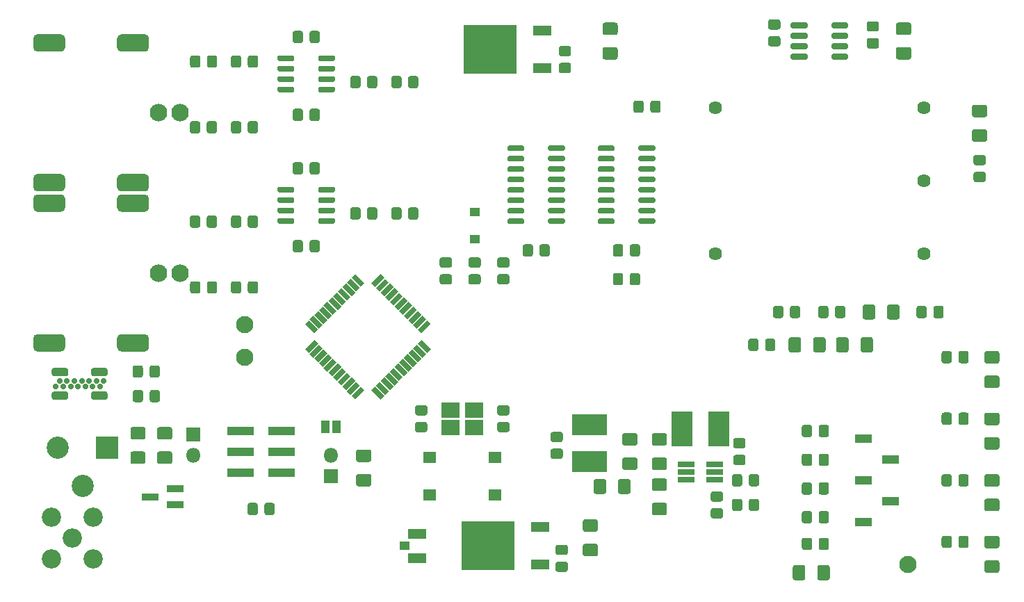
<source format=gbr>
%TF.GenerationSoftware,KiCad,Pcbnew,(5.1.6)-1*%
%TF.CreationDate,2020-10-16T13:50:53-05:00*%
%TF.ProjectId,simple-gpsdo,73696d70-6c65-42d6-9770-73646f2e6b69,C*%
%TF.SameCoordinates,Original*%
%TF.FileFunction,Soldermask,Top*%
%TF.FilePolarity,Negative*%
%FSLAX46Y46*%
G04 Gerber Fmt 4.6, Leading zero omitted, Abs format (unit mm)*
G04 Created by KiCad (PCBNEW (5.1.6)-1) date 2020-10-16 13:50:53*
%MOMM*%
%LPD*%
G01*
G04 APERTURE LIST*
%ADD10C,1.624000*%
%ADD11R,1.300000X1.000000*%
%ADD12R,2.700000X2.700000*%
%ADD13C,2.700000*%
%ADD14R,3.250000X1.100000*%
%ADD15R,2.300000X1.150000*%
%ADD16R,1.150000X1.100000*%
%ADD17C,2.350000*%
%ADD18R,1.100000X1.600000*%
%ADD19R,1.650000X1.400000*%
%ADD20C,0.100000*%
%ADD21C,2.132000*%
%ADD22R,2.000000X1.100000*%
%ADD23R,1.800000X1.800000*%
%ADD24O,1.800000X1.800000*%
%ADD25C,2.100000*%
%ADD26R,2.300000X1.300000*%
%ADD27R,6.500000X5.900000*%
%ADD28C,0.700000*%
%ADD29R,2.200000X1.825000*%
%ADD30R,2.100000X0.750000*%
%ADD31R,2.500000X4.300000*%
%ADD32R,4.300000X2.500000*%
%ADD33R,2.000000X0.900000*%
G04 APERTURE END LIST*
D10*
%TO.C,Y2*%
X184700000Y-106890000D03*
X184700000Y-98000000D03*
X184700000Y-89110000D03*
X159300000Y-89110000D03*
X159300000Y-106890000D03*
%TD*%
%TO.C,U3*%
G36*
G01*
X147050000Y-102770000D02*
X147050000Y-103120000D01*
G75*
G02*
X146875000Y-103295000I-175000J0D01*
G01*
X145175000Y-103295000D01*
G75*
G02*
X145000000Y-103120000I0J175000D01*
G01*
X145000000Y-102770000D01*
G75*
G02*
X145175000Y-102595000I175000J0D01*
G01*
X146875000Y-102595000D01*
G75*
G02*
X147050000Y-102770000I0J-175000D01*
G01*
G37*
G36*
G01*
X147050000Y-101500000D02*
X147050000Y-101850000D01*
G75*
G02*
X146875000Y-102025000I-175000J0D01*
G01*
X145175000Y-102025000D01*
G75*
G02*
X145000000Y-101850000I0J175000D01*
G01*
X145000000Y-101500000D01*
G75*
G02*
X145175000Y-101325000I175000J0D01*
G01*
X146875000Y-101325000D01*
G75*
G02*
X147050000Y-101500000I0J-175000D01*
G01*
G37*
G36*
G01*
X147050000Y-100230000D02*
X147050000Y-100580000D01*
G75*
G02*
X146875000Y-100755000I-175000J0D01*
G01*
X145175000Y-100755000D01*
G75*
G02*
X145000000Y-100580000I0J175000D01*
G01*
X145000000Y-100230000D01*
G75*
G02*
X145175000Y-100055000I175000J0D01*
G01*
X146875000Y-100055000D01*
G75*
G02*
X147050000Y-100230000I0J-175000D01*
G01*
G37*
G36*
G01*
X147050000Y-98960000D02*
X147050000Y-99310000D01*
G75*
G02*
X146875000Y-99485000I-175000J0D01*
G01*
X145175000Y-99485000D01*
G75*
G02*
X145000000Y-99310000I0J175000D01*
G01*
X145000000Y-98960000D01*
G75*
G02*
X145175000Y-98785000I175000J0D01*
G01*
X146875000Y-98785000D01*
G75*
G02*
X147050000Y-98960000I0J-175000D01*
G01*
G37*
G36*
G01*
X147050000Y-97690000D02*
X147050000Y-98040000D01*
G75*
G02*
X146875000Y-98215000I-175000J0D01*
G01*
X145175000Y-98215000D01*
G75*
G02*
X145000000Y-98040000I0J175000D01*
G01*
X145000000Y-97690000D01*
G75*
G02*
X145175000Y-97515000I175000J0D01*
G01*
X146875000Y-97515000D01*
G75*
G02*
X147050000Y-97690000I0J-175000D01*
G01*
G37*
G36*
G01*
X147050000Y-96420000D02*
X147050000Y-96770000D01*
G75*
G02*
X146875000Y-96945000I-175000J0D01*
G01*
X145175000Y-96945000D01*
G75*
G02*
X145000000Y-96770000I0J175000D01*
G01*
X145000000Y-96420000D01*
G75*
G02*
X145175000Y-96245000I175000J0D01*
G01*
X146875000Y-96245000D01*
G75*
G02*
X147050000Y-96420000I0J-175000D01*
G01*
G37*
G36*
G01*
X147050000Y-95150000D02*
X147050000Y-95500000D01*
G75*
G02*
X146875000Y-95675000I-175000J0D01*
G01*
X145175000Y-95675000D01*
G75*
G02*
X145000000Y-95500000I0J175000D01*
G01*
X145000000Y-95150000D01*
G75*
G02*
X145175000Y-94975000I175000J0D01*
G01*
X146875000Y-94975000D01*
G75*
G02*
X147050000Y-95150000I0J-175000D01*
G01*
G37*
G36*
G01*
X147050000Y-93880000D02*
X147050000Y-94230000D01*
G75*
G02*
X146875000Y-94405000I-175000J0D01*
G01*
X145175000Y-94405000D01*
G75*
G02*
X145000000Y-94230000I0J175000D01*
G01*
X145000000Y-93880000D01*
G75*
G02*
X145175000Y-93705000I175000J0D01*
G01*
X146875000Y-93705000D01*
G75*
G02*
X147050000Y-93880000I0J-175000D01*
G01*
G37*
G36*
G01*
X152000000Y-93880000D02*
X152000000Y-94230000D01*
G75*
G02*
X151825000Y-94405000I-175000J0D01*
G01*
X150125000Y-94405000D01*
G75*
G02*
X149950000Y-94230000I0J175000D01*
G01*
X149950000Y-93880000D01*
G75*
G02*
X150125000Y-93705000I175000J0D01*
G01*
X151825000Y-93705000D01*
G75*
G02*
X152000000Y-93880000I0J-175000D01*
G01*
G37*
G36*
G01*
X152000000Y-95150000D02*
X152000000Y-95500000D01*
G75*
G02*
X151825000Y-95675000I-175000J0D01*
G01*
X150125000Y-95675000D01*
G75*
G02*
X149950000Y-95500000I0J175000D01*
G01*
X149950000Y-95150000D01*
G75*
G02*
X150125000Y-94975000I175000J0D01*
G01*
X151825000Y-94975000D01*
G75*
G02*
X152000000Y-95150000I0J-175000D01*
G01*
G37*
G36*
G01*
X152000000Y-96420000D02*
X152000000Y-96770000D01*
G75*
G02*
X151825000Y-96945000I-175000J0D01*
G01*
X150125000Y-96945000D01*
G75*
G02*
X149950000Y-96770000I0J175000D01*
G01*
X149950000Y-96420000D01*
G75*
G02*
X150125000Y-96245000I175000J0D01*
G01*
X151825000Y-96245000D01*
G75*
G02*
X152000000Y-96420000I0J-175000D01*
G01*
G37*
G36*
G01*
X152000000Y-97690000D02*
X152000000Y-98040000D01*
G75*
G02*
X151825000Y-98215000I-175000J0D01*
G01*
X150125000Y-98215000D01*
G75*
G02*
X149950000Y-98040000I0J175000D01*
G01*
X149950000Y-97690000D01*
G75*
G02*
X150125000Y-97515000I175000J0D01*
G01*
X151825000Y-97515000D01*
G75*
G02*
X152000000Y-97690000I0J-175000D01*
G01*
G37*
G36*
G01*
X152000000Y-98960000D02*
X152000000Y-99310000D01*
G75*
G02*
X151825000Y-99485000I-175000J0D01*
G01*
X150125000Y-99485000D01*
G75*
G02*
X149950000Y-99310000I0J175000D01*
G01*
X149950000Y-98960000D01*
G75*
G02*
X150125000Y-98785000I175000J0D01*
G01*
X151825000Y-98785000D01*
G75*
G02*
X152000000Y-98960000I0J-175000D01*
G01*
G37*
G36*
G01*
X152000000Y-100230000D02*
X152000000Y-100580000D01*
G75*
G02*
X151825000Y-100755000I-175000J0D01*
G01*
X150125000Y-100755000D01*
G75*
G02*
X149950000Y-100580000I0J175000D01*
G01*
X149950000Y-100230000D01*
G75*
G02*
X150125000Y-100055000I175000J0D01*
G01*
X151825000Y-100055000D01*
G75*
G02*
X152000000Y-100230000I0J-175000D01*
G01*
G37*
G36*
G01*
X152000000Y-101500000D02*
X152000000Y-101850000D01*
G75*
G02*
X151825000Y-102025000I-175000J0D01*
G01*
X150125000Y-102025000D01*
G75*
G02*
X149950000Y-101850000I0J175000D01*
G01*
X149950000Y-101500000D01*
G75*
G02*
X150125000Y-101325000I175000J0D01*
G01*
X151825000Y-101325000D01*
G75*
G02*
X152000000Y-101500000I0J-175000D01*
G01*
G37*
G36*
G01*
X152000000Y-102770000D02*
X152000000Y-103120000D01*
G75*
G02*
X151825000Y-103295000I-175000J0D01*
G01*
X150125000Y-103295000D01*
G75*
G02*
X149950000Y-103120000I0J175000D01*
G01*
X149950000Y-102770000D01*
G75*
G02*
X150125000Y-102595000I175000J0D01*
G01*
X151825000Y-102595000D01*
G75*
G02*
X152000000Y-102770000I0J-175000D01*
G01*
G37*
%TD*%
%TO.C,C1*%
G36*
G01*
X133978262Y-126600000D02*
X133021738Y-126600000D01*
G75*
G02*
X132750000Y-126328262I0J271738D01*
G01*
X132750000Y-125621738D01*
G75*
G02*
X133021738Y-125350000I271738J0D01*
G01*
X133978262Y-125350000D01*
G75*
G02*
X134250000Y-125621738I0J-271738D01*
G01*
X134250000Y-126328262D01*
G75*
G02*
X133978262Y-126600000I-271738J0D01*
G01*
G37*
G36*
G01*
X133978262Y-128650000D02*
X133021738Y-128650000D01*
G75*
G02*
X132750000Y-128378262I0J271738D01*
G01*
X132750000Y-127671738D01*
G75*
G02*
X133021738Y-127400000I271738J0D01*
G01*
X133978262Y-127400000D01*
G75*
G02*
X134250000Y-127671738I0J-271738D01*
G01*
X134250000Y-128378262D01*
G75*
G02*
X133978262Y-128650000I-271738J0D01*
G01*
G37*
%TD*%
%TO.C,C2*%
G36*
G01*
X123978262Y-128650000D02*
X123021738Y-128650000D01*
G75*
G02*
X122750000Y-128378262I0J271738D01*
G01*
X122750000Y-127671738D01*
G75*
G02*
X123021738Y-127400000I271738J0D01*
G01*
X123978262Y-127400000D01*
G75*
G02*
X124250000Y-127671738I0J-271738D01*
G01*
X124250000Y-128378262D01*
G75*
G02*
X123978262Y-128650000I-271738J0D01*
G01*
G37*
G36*
G01*
X123978262Y-126600000D02*
X123021738Y-126600000D01*
G75*
G02*
X122750000Y-126328262I0J271738D01*
G01*
X122750000Y-125621738D01*
G75*
G02*
X123021738Y-125350000I271738J0D01*
G01*
X123978262Y-125350000D01*
G75*
G02*
X124250000Y-125621738I0J-271738D01*
G01*
X124250000Y-126328262D01*
G75*
G02*
X123978262Y-126600000I-271738J0D01*
G01*
G37*
%TD*%
%TO.C,C9*%
G36*
G01*
X150150000Y-106021738D02*
X150150000Y-106978262D01*
G75*
G02*
X149878262Y-107250000I-271738J0D01*
G01*
X149171738Y-107250000D01*
G75*
G02*
X148900000Y-106978262I0J271738D01*
G01*
X148900000Y-106021738D01*
G75*
G02*
X149171738Y-105750000I271738J0D01*
G01*
X149878262Y-105750000D01*
G75*
G02*
X150150000Y-106021738I0J-271738D01*
G01*
G37*
G36*
G01*
X148100000Y-106021738D02*
X148100000Y-106978262D01*
G75*
G02*
X147828262Y-107250000I-271738J0D01*
G01*
X147121738Y-107250000D01*
G75*
G02*
X146850000Y-106978262I0J271738D01*
G01*
X146850000Y-106021738D01*
G75*
G02*
X147121738Y-105750000I271738J0D01*
G01*
X147828262Y-105750000D01*
G75*
G02*
X148100000Y-106021738I0J-271738D01*
G01*
G37*
%TD*%
%TO.C,C10*%
G36*
G01*
X137100000Y-106021738D02*
X137100000Y-106978262D01*
G75*
G02*
X136828262Y-107250000I-271738J0D01*
G01*
X136121738Y-107250000D01*
G75*
G02*
X135850000Y-106978262I0J271738D01*
G01*
X135850000Y-106021738D01*
G75*
G02*
X136121738Y-105750000I271738J0D01*
G01*
X136828262Y-105750000D01*
G75*
G02*
X137100000Y-106021738I0J-271738D01*
G01*
G37*
G36*
G01*
X139150000Y-106021738D02*
X139150000Y-106978262D01*
G75*
G02*
X138878262Y-107250000I-271738J0D01*
G01*
X138171738Y-107250000D01*
G75*
G02*
X137900000Y-106978262I0J271738D01*
G01*
X137900000Y-106021738D01*
G75*
G02*
X138171738Y-105750000I271738J0D01*
G01*
X138878262Y-105750000D01*
G75*
G02*
X139150000Y-106021738I0J-271738D01*
G01*
G37*
%TD*%
%TO.C,C13*%
G36*
G01*
X126021738Y-109400000D02*
X126978262Y-109400000D01*
G75*
G02*
X127250000Y-109671738I0J-271738D01*
G01*
X127250000Y-110378262D01*
G75*
G02*
X126978262Y-110650000I-271738J0D01*
G01*
X126021738Y-110650000D01*
G75*
G02*
X125750000Y-110378262I0J271738D01*
G01*
X125750000Y-109671738D01*
G75*
G02*
X126021738Y-109400000I271738J0D01*
G01*
G37*
G36*
G01*
X126021738Y-107350000D02*
X126978262Y-107350000D01*
G75*
G02*
X127250000Y-107621738I0J-271738D01*
G01*
X127250000Y-108328262D01*
G75*
G02*
X126978262Y-108600000I-271738J0D01*
G01*
X126021738Y-108600000D01*
G75*
G02*
X125750000Y-108328262I0J271738D01*
G01*
X125750000Y-107621738D01*
G75*
G02*
X126021738Y-107350000I271738J0D01*
G01*
G37*
%TD*%
%TO.C,C14*%
G36*
G01*
X119850000Y-102478262D02*
X119850000Y-101521738D01*
G75*
G02*
X120121738Y-101250000I271738J0D01*
G01*
X120828262Y-101250000D01*
G75*
G02*
X121100000Y-101521738I0J-271738D01*
G01*
X121100000Y-102478262D01*
G75*
G02*
X120828262Y-102750000I-271738J0D01*
G01*
X120121738Y-102750000D01*
G75*
G02*
X119850000Y-102478262I0J271738D01*
G01*
G37*
G36*
G01*
X121900000Y-102478262D02*
X121900000Y-101521738D01*
G75*
G02*
X122171738Y-101250000I271738J0D01*
G01*
X122878262Y-101250000D01*
G75*
G02*
X123150000Y-101521738I0J-271738D01*
G01*
X123150000Y-102478262D01*
G75*
G02*
X122878262Y-102750000I-271738J0D01*
G01*
X122171738Y-102750000D01*
G75*
G02*
X121900000Y-102478262I0J271738D01*
G01*
G37*
%TD*%
%TO.C,C15*%
G36*
G01*
X121900000Y-86478262D02*
X121900000Y-85521738D01*
G75*
G02*
X122171738Y-85250000I271738J0D01*
G01*
X122878262Y-85250000D01*
G75*
G02*
X123150000Y-85521738I0J-271738D01*
G01*
X123150000Y-86478262D01*
G75*
G02*
X122878262Y-86750000I-271738J0D01*
G01*
X122171738Y-86750000D01*
G75*
G02*
X121900000Y-86478262I0J271738D01*
G01*
G37*
G36*
G01*
X119850000Y-86478262D02*
X119850000Y-85521738D01*
G75*
G02*
X120121738Y-85250000I271738J0D01*
G01*
X120828262Y-85250000D01*
G75*
G02*
X121100000Y-85521738I0J-271738D01*
G01*
X121100000Y-86478262D01*
G75*
G02*
X120828262Y-86750000I-271738J0D01*
G01*
X120121738Y-86750000D01*
G75*
G02*
X119850000Y-86478262I0J271738D01*
G01*
G37*
%TD*%
%TO.C,C16*%
G36*
G01*
X109100000Y-96021738D02*
X109100000Y-96978262D01*
G75*
G02*
X108828262Y-97250000I-271738J0D01*
G01*
X108121738Y-97250000D01*
G75*
G02*
X107850000Y-96978262I0J271738D01*
G01*
X107850000Y-96021738D01*
G75*
G02*
X108121738Y-95750000I271738J0D01*
G01*
X108828262Y-95750000D01*
G75*
G02*
X109100000Y-96021738I0J-271738D01*
G01*
G37*
G36*
G01*
X111150000Y-96021738D02*
X111150000Y-96978262D01*
G75*
G02*
X110878262Y-97250000I-271738J0D01*
G01*
X110171738Y-97250000D01*
G75*
G02*
X109900000Y-96978262I0J271738D01*
G01*
X109900000Y-96021738D01*
G75*
G02*
X110171738Y-95750000I271738J0D01*
G01*
X110878262Y-95750000D01*
G75*
G02*
X111150000Y-96021738I0J-271738D01*
G01*
G37*
%TD*%
%TO.C,C17*%
G36*
G01*
X111150000Y-80021738D02*
X111150000Y-80978262D01*
G75*
G02*
X110878262Y-81250000I-271738J0D01*
G01*
X110171738Y-81250000D01*
G75*
G02*
X109900000Y-80978262I0J271738D01*
G01*
X109900000Y-80021738D01*
G75*
G02*
X110171738Y-79750000I271738J0D01*
G01*
X110878262Y-79750000D01*
G75*
G02*
X111150000Y-80021738I0J-271738D01*
G01*
G37*
G36*
G01*
X109100000Y-80021738D02*
X109100000Y-80978262D01*
G75*
G02*
X108828262Y-81250000I-271738J0D01*
G01*
X108121738Y-81250000D01*
G75*
G02*
X107850000Y-80978262I0J271738D01*
G01*
X107850000Y-80021738D01*
G75*
G02*
X108121738Y-79750000I271738J0D01*
G01*
X108828262Y-79750000D01*
G75*
G02*
X109100000Y-80021738I0J-271738D01*
G01*
G37*
%TD*%
%TO.C,C18*%
G36*
G01*
X102375000Y-111478262D02*
X102375000Y-110521738D01*
G75*
G02*
X102646738Y-110250000I271738J0D01*
G01*
X103353262Y-110250000D01*
G75*
G02*
X103625000Y-110521738I0J-271738D01*
G01*
X103625000Y-111478262D01*
G75*
G02*
X103353262Y-111750000I-271738J0D01*
G01*
X102646738Y-111750000D01*
G75*
G02*
X102375000Y-111478262I0J271738D01*
G01*
G37*
G36*
G01*
X100325000Y-111478262D02*
X100325000Y-110521738D01*
G75*
G02*
X100596738Y-110250000I271738J0D01*
G01*
X101303262Y-110250000D01*
G75*
G02*
X101575000Y-110521738I0J-271738D01*
G01*
X101575000Y-111478262D01*
G75*
G02*
X101303262Y-111750000I-271738J0D01*
G01*
X100596738Y-111750000D01*
G75*
G02*
X100325000Y-111478262I0J271738D01*
G01*
G37*
%TD*%
%TO.C,C19*%
G36*
G01*
X100325000Y-103478262D02*
X100325000Y-102521738D01*
G75*
G02*
X100596738Y-102250000I271738J0D01*
G01*
X101303262Y-102250000D01*
G75*
G02*
X101575000Y-102521738I0J-271738D01*
G01*
X101575000Y-103478262D01*
G75*
G02*
X101303262Y-103750000I-271738J0D01*
G01*
X100596738Y-103750000D01*
G75*
G02*
X100325000Y-103478262I0J271738D01*
G01*
G37*
G36*
G01*
X102375000Y-103478262D02*
X102375000Y-102521738D01*
G75*
G02*
X102646738Y-102250000I271738J0D01*
G01*
X103353262Y-102250000D01*
G75*
G02*
X103625000Y-102521738I0J-271738D01*
G01*
X103625000Y-103478262D01*
G75*
G02*
X103353262Y-103750000I-271738J0D01*
G01*
X102646738Y-103750000D01*
G75*
G02*
X102375000Y-103478262I0J271738D01*
G01*
G37*
%TD*%
%TO.C,C20*%
G36*
G01*
X102375000Y-91978262D02*
X102375000Y-91021738D01*
G75*
G02*
X102646738Y-90750000I271738J0D01*
G01*
X103353262Y-90750000D01*
G75*
G02*
X103625000Y-91021738I0J-271738D01*
G01*
X103625000Y-91978262D01*
G75*
G02*
X103353262Y-92250000I-271738J0D01*
G01*
X102646738Y-92250000D01*
G75*
G02*
X102375000Y-91978262I0J271738D01*
G01*
G37*
G36*
G01*
X100325000Y-91978262D02*
X100325000Y-91021738D01*
G75*
G02*
X100596738Y-90750000I271738J0D01*
G01*
X101303262Y-90750000D01*
G75*
G02*
X101575000Y-91021738I0J-271738D01*
G01*
X101575000Y-91978262D01*
G75*
G02*
X101303262Y-92250000I-271738J0D01*
G01*
X100596738Y-92250000D01*
G75*
G02*
X100325000Y-91978262I0J271738D01*
G01*
G37*
%TD*%
%TO.C,C21*%
G36*
G01*
X100325000Y-83978262D02*
X100325000Y-83021738D01*
G75*
G02*
X100596738Y-82750000I271738J0D01*
G01*
X101303262Y-82750000D01*
G75*
G02*
X101575000Y-83021738I0J-271738D01*
G01*
X101575000Y-83978262D01*
G75*
G02*
X101303262Y-84250000I-271738J0D01*
G01*
X100596738Y-84250000D01*
G75*
G02*
X100325000Y-83978262I0J271738D01*
G01*
G37*
G36*
G01*
X102375000Y-83978262D02*
X102375000Y-83021738D01*
G75*
G02*
X102646738Y-82750000I271738J0D01*
G01*
X103353262Y-82750000D01*
G75*
G02*
X103625000Y-83021738I0J-271738D01*
G01*
X103625000Y-83978262D01*
G75*
G02*
X103353262Y-84250000I-271738J0D01*
G01*
X102646738Y-84250000D01*
G75*
G02*
X102375000Y-83978262I0J271738D01*
G01*
G37*
%TD*%
D11*
%TO.C,D1*%
X130000000Y-105150000D03*
X130000000Y-101850000D03*
%TD*%
%TO.C,F1*%
G36*
G01*
X88342544Y-128012500D02*
X89657456Y-128012500D01*
G75*
G02*
X89925000Y-128280044I0J-267544D01*
G01*
X89925000Y-129269956D01*
G75*
G02*
X89657456Y-129537500I-267544J0D01*
G01*
X88342544Y-129537500D01*
G75*
G02*
X88075000Y-129269956I0J267544D01*
G01*
X88075000Y-128280044D01*
G75*
G02*
X88342544Y-128012500I267544J0D01*
G01*
G37*
G36*
G01*
X88342544Y-130987500D02*
X89657456Y-130987500D01*
G75*
G02*
X89925000Y-131255044I0J-267544D01*
G01*
X89925000Y-132244956D01*
G75*
G02*
X89657456Y-132512500I-267544J0D01*
G01*
X88342544Y-132512500D01*
G75*
G02*
X88075000Y-132244956I0J267544D01*
G01*
X88075000Y-131255044D01*
G75*
G02*
X88342544Y-130987500I267544J0D01*
G01*
G37*
%TD*%
D12*
%TO.C,J2*%
X85250000Y-130500000D03*
D13*
X79250000Y-130500000D03*
X82250000Y-135200000D03*
%TD*%
D14*
%TO.C,J3*%
X101475000Y-128460000D03*
X106525000Y-128460000D03*
X101475000Y-131000000D03*
X106525000Y-131000000D03*
X101475000Y-133540000D03*
X106525000Y-133540000D03*
%TD*%
D15*
%TO.C,J4*%
X122975000Y-143975000D03*
D16*
X121450000Y-142500000D03*
D15*
X122975000Y-141025000D03*
%TD*%
D17*
%TO.C,J5*%
X83540000Y-144040000D03*
X78460000Y-144040000D03*
X78460000Y-138960000D03*
X83540000Y-138960000D03*
X81000000Y-141500000D03*
%TD*%
D18*
%TO.C,JP1*%
X113150000Y-128000000D03*
X111850000Y-128000000D03*
%TD*%
%TO.C,R1*%
G36*
G01*
X89600000Y-120771738D02*
X89600000Y-121728262D01*
G75*
G02*
X89328262Y-122000000I-271738J0D01*
G01*
X88621738Y-122000000D01*
G75*
G02*
X88350000Y-121728262I0J271738D01*
G01*
X88350000Y-120771738D01*
G75*
G02*
X88621738Y-120500000I271738J0D01*
G01*
X89328262Y-120500000D01*
G75*
G02*
X89600000Y-120771738I0J-271738D01*
G01*
G37*
G36*
G01*
X91650000Y-120771738D02*
X91650000Y-121728262D01*
G75*
G02*
X91378262Y-122000000I-271738J0D01*
G01*
X90671738Y-122000000D01*
G75*
G02*
X90400000Y-121728262I0J271738D01*
G01*
X90400000Y-120771738D01*
G75*
G02*
X90671738Y-120500000I271738J0D01*
G01*
X91378262Y-120500000D01*
G75*
G02*
X91650000Y-120771738I0J-271738D01*
G01*
G37*
%TD*%
%TO.C,R2*%
G36*
G01*
X88375000Y-124728262D02*
X88375000Y-123771738D01*
G75*
G02*
X88646738Y-123500000I271738J0D01*
G01*
X89353262Y-123500000D01*
G75*
G02*
X89625000Y-123771738I0J-271738D01*
G01*
X89625000Y-124728262D01*
G75*
G02*
X89353262Y-125000000I-271738J0D01*
G01*
X88646738Y-125000000D01*
G75*
G02*
X88375000Y-124728262I0J271738D01*
G01*
G37*
G36*
G01*
X90425000Y-124728262D02*
X90425000Y-123771738D01*
G75*
G02*
X90696738Y-123500000I271738J0D01*
G01*
X91403262Y-123500000D01*
G75*
G02*
X91675000Y-123771738I0J-271738D01*
G01*
X91675000Y-124728262D01*
G75*
G02*
X91403262Y-125000000I-271738J0D01*
G01*
X90696738Y-125000000D01*
G75*
G02*
X90425000Y-124728262I0J271738D01*
G01*
G37*
%TD*%
%TO.C,R3*%
G36*
G01*
X103600000Y-137521738D02*
X103600000Y-138478262D01*
G75*
G02*
X103328262Y-138750000I-271738J0D01*
G01*
X102621738Y-138750000D01*
G75*
G02*
X102350000Y-138478262I0J271738D01*
G01*
X102350000Y-137521738D01*
G75*
G02*
X102621738Y-137250000I271738J0D01*
G01*
X103328262Y-137250000D01*
G75*
G02*
X103600000Y-137521738I0J-271738D01*
G01*
G37*
G36*
G01*
X105650000Y-137521738D02*
X105650000Y-138478262D01*
G75*
G02*
X105378262Y-138750000I-271738J0D01*
G01*
X104671738Y-138750000D01*
G75*
G02*
X104400000Y-138478262I0J271738D01*
G01*
X104400000Y-137521738D01*
G75*
G02*
X104671738Y-137250000I271738J0D01*
G01*
X105378262Y-137250000D01*
G75*
G02*
X105650000Y-137521738I0J-271738D01*
G01*
G37*
%TD*%
%TO.C,R8*%
G36*
G01*
X188125000Y-134021738D02*
X188125000Y-134978262D01*
G75*
G02*
X187853262Y-135250000I-271738J0D01*
G01*
X187146738Y-135250000D01*
G75*
G02*
X186875000Y-134978262I0J271738D01*
G01*
X186875000Y-134021738D01*
G75*
G02*
X187146738Y-133750000I271738J0D01*
G01*
X187853262Y-133750000D01*
G75*
G02*
X188125000Y-134021738I0J-271738D01*
G01*
G37*
G36*
G01*
X190175000Y-134021738D02*
X190175000Y-134978262D01*
G75*
G02*
X189903262Y-135250000I-271738J0D01*
G01*
X189196738Y-135250000D01*
G75*
G02*
X188925000Y-134978262I0J271738D01*
G01*
X188925000Y-134021738D01*
G75*
G02*
X189196738Y-133750000I271738J0D01*
G01*
X189903262Y-133750000D01*
G75*
G02*
X190175000Y-134021738I0J-271738D01*
G01*
G37*
%TD*%
%TO.C,R9*%
G36*
G01*
X188125000Y-119021738D02*
X188125000Y-119978262D01*
G75*
G02*
X187853262Y-120250000I-271738J0D01*
G01*
X187146738Y-120250000D01*
G75*
G02*
X186875000Y-119978262I0J271738D01*
G01*
X186875000Y-119021738D01*
G75*
G02*
X187146738Y-118750000I271738J0D01*
G01*
X187853262Y-118750000D01*
G75*
G02*
X188125000Y-119021738I0J-271738D01*
G01*
G37*
G36*
G01*
X190175000Y-119021738D02*
X190175000Y-119978262D01*
G75*
G02*
X189903262Y-120250000I-271738J0D01*
G01*
X189196738Y-120250000D01*
G75*
G02*
X188925000Y-119978262I0J271738D01*
G01*
X188925000Y-119021738D01*
G75*
G02*
X189196738Y-118750000I271738J0D01*
G01*
X189903262Y-118750000D01*
G75*
G02*
X190175000Y-119021738I0J-271738D01*
G01*
G37*
%TD*%
%TO.C,R11*%
G36*
G01*
X129521738Y-107350000D02*
X130478262Y-107350000D01*
G75*
G02*
X130750000Y-107621738I0J-271738D01*
G01*
X130750000Y-108328262D01*
G75*
G02*
X130478262Y-108600000I-271738J0D01*
G01*
X129521738Y-108600000D01*
G75*
G02*
X129250000Y-108328262I0J271738D01*
G01*
X129250000Y-107621738D01*
G75*
G02*
X129521738Y-107350000I271738J0D01*
G01*
G37*
G36*
G01*
X129521738Y-109400000D02*
X130478262Y-109400000D01*
G75*
G02*
X130750000Y-109671738I0J-271738D01*
G01*
X130750000Y-110378262D01*
G75*
G02*
X130478262Y-110650000I-271738J0D01*
G01*
X129521738Y-110650000D01*
G75*
G02*
X129250000Y-110378262I0J271738D01*
G01*
X129250000Y-109671738D01*
G75*
G02*
X129521738Y-109400000I271738J0D01*
G01*
G37*
%TD*%
%TO.C,R12*%
G36*
G01*
X133978262Y-108600000D02*
X133021738Y-108600000D01*
G75*
G02*
X132750000Y-108328262I0J271738D01*
G01*
X132750000Y-107621738D01*
G75*
G02*
X133021738Y-107350000I271738J0D01*
G01*
X133978262Y-107350000D01*
G75*
G02*
X134250000Y-107621738I0J-271738D01*
G01*
X134250000Y-108328262D01*
G75*
G02*
X133978262Y-108600000I-271738J0D01*
G01*
G37*
G36*
G01*
X133978262Y-110650000D02*
X133021738Y-110650000D01*
G75*
G02*
X132750000Y-110378262I0J271738D01*
G01*
X132750000Y-109671738D01*
G75*
G02*
X133021738Y-109400000I271738J0D01*
G01*
X133978262Y-109400000D01*
G75*
G02*
X134250000Y-109671738I0J-271738D01*
G01*
X134250000Y-110378262D01*
G75*
G02*
X133978262Y-110650000I-271738J0D01*
G01*
G37*
%TD*%
%TO.C,R13*%
G36*
G01*
X188125000Y-141521738D02*
X188125000Y-142478262D01*
G75*
G02*
X187853262Y-142750000I-271738J0D01*
G01*
X187146738Y-142750000D01*
G75*
G02*
X186875000Y-142478262I0J271738D01*
G01*
X186875000Y-141521738D01*
G75*
G02*
X187146738Y-141250000I271738J0D01*
G01*
X187853262Y-141250000D01*
G75*
G02*
X188125000Y-141521738I0J-271738D01*
G01*
G37*
G36*
G01*
X190175000Y-141521738D02*
X190175000Y-142478262D01*
G75*
G02*
X189903262Y-142750000I-271738J0D01*
G01*
X189196738Y-142750000D01*
G75*
G02*
X188925000Y-142478262I0J271738D01*
G01*
X188925000Y-141521738D01*
G75*
G02*
X189196738Y-141250000I271738J0D01*
G01*
X189903262Y-141250000D01*
G75*
G02*
X190175000Y-141521738I0J-271738D01*
G01*
G37*
%TD*%
%TO.C,R14*%
G36*
G01*
X190175000Y-126521738D02*
X190175000Y-127478262D01*
G75*
G02*
X189903262Y-127750000I-271738J0D01*
G01*
X189196738Y-127750000D01*
G75*
G02*
X188925000Y-127478262I0J271738D01*
G01*
X188925000Y-126521738D01*
G75*
G02*
X189196738Y-126250000I271738J0D01*
G01*
X189903262Y-126250000D01*
G75*
G02*
X190175000Y-126521738I0J-271738D01*
G01*
G37*
G36*
G01*
X188125000Y-126521738D02*
X188125000Y-127478262D01*
G75*
G02*
X187853262Y-127750000I-271738J0D01*
G01*
X187146738Y-127750000D01*
G75*
G02*
X186875000Y-127478262I0J271738D01*
G01*
X186875000Y-126521738D01*
G75*
G02*
X187146738Y-126250000I271738J0D01*
G01*
X187853262Y-126250000D01*
G75*
G02*
X188125000Y-126521738I0J-271738D01*
G01*
G37*
%TD*%
%TO.C,R17*%
G36*
G01*
X114850000Y-102478262D02*
X114850000Y-101521738D01*
G75*
G02*
X115121738Y-101250000I271738J0D01*
G01*
X115828262Y-101250000D01*
G75*
G02*
X116100000Y-101521738I0J-271738D01*
G01*
X116100000Y-102478262D01*
G75*
G02*
X115828262Y-102750000I-271738J0D01*
G01*
X115121738Y-102750000D01*
G75*
G02*
X114850000Y-102478262I0J271738D01*
G01*
G37*
G36*
G01*
X116900000Y-102478262D02*
X116900000Y-101521738D01*
G75*
G02*
X117171738Y-101250000I271738J0D01*
G01*
X117878262Y-101250000D01*
G75*
G02*
X118150000Y-101521738I0J-271738D01*
G01*
X118150000Y-102478262D01*
G75*
G02*
X117878262Y-102750000I-271738J0D01*
G01*
X117171738Y-102750000D01*
G75*
G02*
X116900000Y-102478262I0J271738D01*
G01*
G37*
%TD*%
%TO.C,R18*%
G36*
G01*
X116900000Y-86478262D02*
X116900000Y-85521738D01*
G75*
G02*
X117171738Y-85250000I271738J0D01*
G01*
X117878262Y-85250000D01*
G75*
G02*
X118150000Y-85521738I0J-271738D01*
G01*
X118150000Y-86478262D01*
G75*
G02*
X117878262Y-86750000I-271738J0D01*
G01*
X117171738Y-86750000D01*
G75*
G02*
X116900000Y-86478262I0J271738D01*
G01*
G37*
G36*
G01*
X114850000Y-86478262D02*
X114850000Y-85521738D01*
G75*
G02*
X115121738Y-85250000I271738J0D01*
G01*
X115828262Y-85250000D01*
G75*
G02*
X116100000Y-85521738I0J-271738D01*
G01*
X116100000Y-86478262D01*
G75*
G02*
X115828262Y-86750000I-271738J0D01*
G01*
X115121738Y-86750000D01*
G75*
G02*
X114850000Y-86478262I0J271738D01*
G01*
G37*
%TD*%
%TO.C,R19*%
G36*
G01*
X109900000Y-106478262D02*
X109900000Y-105521738D01*
G75*
G02*
X110171738Y-105250000I271738J0D01*
G01*
X110878262Y-105250000D01*
G75*
G02*
X111150000Y-105521738I0J-271738D01*
G01*
X111150000Y-106478262D01*
G75*
G02*
X110878262Y-106750000I-271738J0D01*
G01*
X110171738Y-106750000D01*
G75*
G02*
X109900000Y-106478262I0J271738D01*
G01*
G37*
G36*
G01*
X107850000Y-106478262D02*
X107850000Y-105521738D01*
G75*
G02*
X108121738Y-105250000I271738J0D01*
G01*
X108828262Y-105250000D01*
G75*
G02*
X109100000Y-105521738I0J-271738D01*
G01*
X109100000Y-106478262D01*
G75*
G02*
X108828262Y-106750000I-271738J0D01*
G01*
X108121738Y-106750000D01*
G75*
G02*
X107850000Y-106478262I0J271738D01*
G01*
G37*
%TD*%
%TO.C,R20*%
G36*
G01*
X107850000Y-90478262D02*
X107850000Y-89521738D01*
G75*
G02*
X108121738Y-89250000I271738J0D01*
G01*
X108828262Y-89250000D01*
G75*
G02*
X109100000Y-89521738I0J-271738D01*
G01*
X109100000Y-90478262D01*
G75*
G02*
X108828262Y-90750000I-271738J0D01*
G01*
X108121738Y-90750000D01*
G75*
G02*
X107850000Y-90478262I0J271738D01*
G01*
G37*
G36*
G01*
X109900000Y-90478262D02*
X109900000Y-89521738D01*
G75*
G02*
X110171738Y-89250000I271738J0D01*
G01*
X110878262Y-89250000D01*
G75*
G02*
X111150000Y-89521738I0J-271738D01*
G01*
X111150000Y-90478262D01*
G75*
G02*
X110878262Y-90750000I-271738J0D01*
G01*
X110171738Y-90750000D01*
G75*
G02*
X109900000Y-90478262I0J271738D01*
G01*
G37*
%TD*%
%TO.C,R21*%
G36*
G01*
X95350000Y-111478262D02*
X95350000Y-110521738D01*
G75*
G02*
X95621738Y-110250000I271738J0D01*
G01*
X96328262Y-110250000D01*
G75*
G02*
X96600000Y-110521738I0J-271738D01*
G01*
X96600000Y-111478262D01*
G75*
G02*
X96328262Y-111750000I-271738J0D01*
G01*
X95621738Y-111750000D01*
G75*
G02*
X95350000Y-111478262I0J271738D01*
G01*
G37*
G36*
G01*
X97400000Y-111478262D02*
X97400000Y-110521738D01*
G75*
G02*
X97671738Y-110250000I271738J0D01*
G01*
X98378262Y-110250000D01*
G75*
G02*
X98650000Y-110521738I0J-271738D01*
G01*
X98650000Y-111478262D01*
G75*
G02*
X98378262Y-111750000I-271738J0D01*
G01*
X97671738Y-111750000D01*
G75*
G02*
X97400000Y-111478262I0J271738D01*
G01*
G37*
%TD*%
%TO.C,R22*%
G36*
G01*
X97375000Y-103478262D02*
X97375000Y-102521738D01*
G75*
G02*
X97646738Y-102250000I271738J0D01*
G01*
X98353262Y-102250000D01*
G75*
G02*
X98625000Y-102521738I0J-271738D01*
G01*
X98625000Y-103478262D01*
G75*
G02*
X98353262Y-103750000I-271738J0D01*
G01*
X97646738Y-103750000D01*
G75*
G02*
X97375000Y-103478262I0J271738D01*
G01*
G37*
G36*
G01*
X95325000Y-103478262D02*
X95325000Y-102521738D01*
G75*
G02*
X95596738Y-102250000I271738J0D01*
G01*
X96303262Y-102250000D01*
G75*
G02*
X96575000Y-102521738I0J-271738D01*
G01*
X96575000Y-103478262D01*
G75*
G02*
X96303262Y-103750000I-271738J0D01*
G01*
X95596738Y-103750000D01*
G75*
G02*
X95325000Y-103478262I0J271738D01*
G01*
G37*
%TD*%
%TO.C,R23*%
G36*
G01*
X95325000Y-91978262D02*
X95325000Y-91021738D01*
G75*
G02*
X95596738Y-90750000I271738J0D01*
G01*
X96303262Y-90750000D01*
G75*
G02*
X96575000Y-91021738I0J-271738D01*
G01*
X96575000Y-91978262D01*
G75*
G02*
X96303262Y-92250000I-271738J0D01*
G01*
X95596738Y-92250000D01*
G75*
G02*
X95325000Y-91978262I0J271738D01*
G01*
G37*
G36*
G01*
X97375000Y-91978262D02*
X97375000Y-91021738D01*
G75*
G02*
X97646738Y-90750000I271738J0D01*
G01*
X98353262Y-90750000D01*
G75*
G02*
X98625000Y-91021738I0J-271738D01*
G01*
X98625000Y-91978262D01*
G75*
G02*
X98353262Y-92250000I-271738J0D01*
G01*
X97646738Y-92250000D01*
G75*
G02*
X97375000Y-91978262I0J271738D01*
G01*
G37*
%TD*%
%TO.C,R24*%
G36*
G01*
X97400000Y-83978262D02*
X97400000Y-83021738D01*
G75*
G02*
X97671738Y-82750000I271738J0D01*
G01*
X98378262Y-82750000D01*
G75*
G02*
X98650000Y-83021738I0J-271738D01*
G01*
X98650000Y-83978262D01*
G75*
G02*
X98378262Y-84250000I-271738J0D01*
G01*
X97671738Y-84250000D01*
G75*
G02*
X97400000Y-83978262I0J271738D01*
G01*
G37*
G36*
G01*
X95350000Y-83978262D02*
X95350000Y-83021738D01*
G75*
G02*
X95621738Y-82750000I271738J0D01*
G01*
X96328262Y-82750000D01*
G75*
G02*
X96600000Y-83021738I0J-271738D01*
G01*
X96600000Y-83978262D01*
G75*
G02*
X96328262Y-84250000I-271738J0D01*
G01*
X95621738Y-84250000D01*
G75*
G02*
X95350000Y-83978262I0J271738D01*
G01*
G37*
%TD*%
D19*
%TO.C,SW1*%
X132480000Y-131750000D03*
X132480000Y-136250000D03*
X124520000Y-136250000D03*
X124520000Y-131750000D03*
%TD*%
D20*
%TO.C,U2*%
G36*
X109805188Y-118997577D02*
G01*
X109345569Y-118537958D01*
X110476940Y-117406587D01*
X110936559Y-117866206D01*
X109805188Y-118997577D01*
G37*
G36*
X110370874Y-119563262D02*
G01*
X109911255Y-119103643D01*
X111042626Y-117972272D01*
X111502245Y-118431891D01*
X110370874Y-119563262D01*
G37*
G36*
X110936559Y-120128947D02*
G01*
X110476940Y-119669328D01*
X111608311Y-118537957D01*
X112067930Y-118997576D01*
X110936559Y-120128947D01*
G37*
G36*
X111502244Y-120694633D02*
G01*
X111042625Y-120235014D01*
X112173996Y-119103643D01*
X112633615Y-119563262D01*
X111502244Y-120694633D01*
G37*
G36*
X112067930Y-121260318D02*
G01*
X111608311Y-120800699D01*
X112739682Y-119669328D01*
X113199301Y-120128947D01*
X112067930Y-121260318D01*
G37*
G36*
X112633615Y-121826004D02*
G01*
X112173996Y-121366385D01*
X113305367Y-120235014D01*
X113764986Y-120694633D01*
X112633615Y-121826004D01*
G37*
G36*
X113199301Y-122391689D02*
G01*
X112739682Y-121932070D01*
X113871053Y-120800699D01*
X114330672Y-121260318D01*
X113199301Y-122391689D01*
G37*
G36*
X113764986Y-122957375D02*
G01*
X113305367Y-122497756D01*
X114436738Y-121366385D01*
X114896357Y-121826004D01*
X113764986Y-122957375D01*
G37*
G36*
X114330672Y-123523060D02*
G01*
X113871053Y-123063441D01*
X115002424Y-121932070D01*
X115462043Y-122391689D01*
X114330672Y-123523060D01*
G37*
G36*
X114896357Y-124088745D02*
G01*
X114436738Y-123629126D01*
X115568109Y-122497755D01*
X116027728Y-122957374D01*
X114896357Y-124088745D01*
G37*
G36*
X115462042Y-124654431D02*
G01*
X115002423Y-124194812D01*
X116133794Y-123063441D01*
X116593413Y-123523060D01*
X115462042Y-124654431D01*
G37*
G36*
X118997577Y-124194812D02*
G01*
X118537958Y-124654431D01*
X117406587Y-123523060D01*
X117866206Y-123063441D01*
X118997577Y-124194812D01*
G37*
G36*
X119563262Y-123629126D02*
G01*
X119103643Y-124088745D01*
X117972272Y-122957374D01*
X118431891Y-122497755D01*
X119563262Y-123629126D01*
G37*
G36*
X120128947Y-123063441D02*
G01*
X119669328Y-123523060D01*
X118537957Y-122391689D01*
X118997576Y-121932070D01*
X120128947Y-123063441D01*
G37*
G36*
X120694633Y-122497756D02*
G01*
X120235014Y-122957375D01*
X119103643Y-121826004D01*
X119563262Y-121366385D01*
X120694633Y-122497756D01*
G37*
G36*
X121260318Y-121932070D02*
G01*
X120800699Y-122391689D01*
X119669328Y-121260318D01*
X120128947Y-120800699D01*
X121260318Y-121932070D01*
G37*
G36*
X121826004Y-121366385D02*
G01*
X121366385Y-121826004D01*
X120235014Y-120694633D01*
X120694633Y-120235014D01*
X121826004Y-121366385D01*
G37*
G36*
X122391689Y-120800699D02*
G01*
X121932070Y-121260318D01*
X120800699Y-120128947D01*
X121260318Y-119669328D01*
X122391689Y-120800699D01*
G37*
G36*
X122957375Y-120235014D02*
G01*
X122497756Y-120694633D01*
X121366385Y-119563262D01*
X121826004Y-119103643D01*
X122957375Y-120235014D01*
G37*
G36*
X123523060Y-119669328D02*
G01*
X123063441Y-120128947D01*
X121932070Y-118997576D01*
X122391689Y-118537957D01*
X123523060Y-119669328D01*
G37*
G36*
X124088745Y-119103643D02*
G01*
X123629126Y-119563262D01*
X122497755Y-118431891D01*
X122957374Y-117972272D01*
X124088745Y-119103643D01*
G37*
G36*
X124654431Y-118537958D02*
G01*
X124194812Y-118997577D01*
X123063441Y-117866206D01*
X123523060Y-117406587D01*
X124654431Y-118537958D01*
G37*
G36*
X123523060Y-116593413D02*
G01*
X123063441Y-116133794D01*
X124194812Y-115002423D01*
X124654431Y-115462042D01*
X123523060Y-116593413D01*
G37*
G36*
X122957374Y-116027728D02*
G01*
X122497755Y-115568109D01*
X123629126Y-114436738D01*
X124088745Y-114896357D01*
X122957374Y-116027728D01*
G37*
G36*
X122391689Y-115462043D02*
G01*
X121932070Y-115002424D01*
X123063441Y-113871053D01*
X123523060Y-114330672D01*
X122391689Y-115462043D01*
G37*
G36*
X121826004Y-114896357D02*
G01*
X121366385Y-114436738D01*
X122497756Y-113305367D01*
X122957375Y-113764986D01*
X121826004Y-114896357D01*
G37*
G36*
X121260318Y-114330672D02*
G01*
X120800699Y-113871053D01*
X121932070Y-112739682D01*
X122391689Y-113199301D01*
X121260318Y-114330672D01*
G37*
G36*
X120694633Y-113764986D02*
G01*
X120235014Y-113305367D01*
X121366385Y-112173996D01*
X121826004Y-112633615D01*
X120694633Y-113764986D01*
G37*
G36*
X120128947Y-113199301D02*
G01*
X119669328Y-112739682D01*
X120800699Y-111608311D01*
X121260318Y-112067930D01*
X120128947Y-113199301D01*
G37*
G36*
X119563262Y-112633615D02*
G01*
X119103643Y-112173996D01*
X120235014Y-111042625D01*
X120694633Y-111502244D01*
X119563262Y-112633615D01*
G37*
G36*
X118997576Y-112067930D02*
G01*
X118537957Y-111608311D01*
X119669328Y-110476940D01*
X120128947Y-110936559D01*
X118997576Y-112067930D01*
G37*
G36*
X118431891Y-111502245D02*
G01*
X117972272Y-111042626D01*
X119103643Y-109911255D01*
X119563262Y-110370874D01*
X118431891Y-111502245D01*
G37*
G36*
X117866206Y-110936559D02*
G01*
X117406587Y-110476940D01*
X118537958Y-109345569D01*
X118997577Y-109805188D01*
X117866206Y-110936559D01*
G37*
G36*
X116593413Y-110476940D02*
G01*
X116133794Y-110936559D01*
X115002423Y-109805188D01*
X115462042Y-109345569D01*
X116593413Y-110476940D01*
G37*
G36*
X116027728Y-111042626D02*
G01*
X115568109Y-111502245D01*
X114436738Y-110370874D01*
X114896357Y-109911255D01*
X116027728Y-111042626D01*
G37*
G36*
X115462043Y-111608311D02*
G01*
X115002424Y-112067930D01*
X113871053Y-110936559D01*
X114330672Y-110476940D01*
X115462043Y-111608311D01*
G37*
G36*
X114896357Y-112173996D02*
G01*
X114436738Y-112633615D01*
X113305367Y-111502244D01*
X113764986Y-111042625D01*
X114896357Y-112173996D01*
G37*
G36*
X114330672Y-112739682D02*
G01*
X113871053Y-113199301D01*
X112739682Y-112067930D01*
X113199301Y-111608311D01*
X114330672Y-112739682D01*
G37*
G36*
X113764986Y-113305367D02*
G01*
X113305367Y-113764986D01*
X112173996Y-112633615D01*
X112633615Y-112173996D01*
X113764986Y-113305367D01*
G37*
G36*
X113199301Y-113871053D02*
G01*
X112739682Y-114330672D01*
X111608311Y-113199301D01*
X112067930Y-112739682D01*
X113199301Y-113871053D01*
G37*
G36*
X112633615Y-114436738D02*
G01*
X112173996Y-114896357D01*
X111042625Y-113764986D01*
X111502244Y-113305367D01*
X112633615Y-114436738D01*
G37*
G36*
X112067930Y-115002424D02*
G01*
X111608311Y-115462043D01*
X110476940Y-114330672D01*
X110936559Y-113871053D01*
X112067930Y-115002424D01*
G37*
G36*
X111502245Y-115568109D02*
G01*
X111042626Y-116027728D01*
X109911255Y-114896357D01*
X110370874Y-114436738D01*
X111502245Y-115568109D01*
G37*
G36*
X110936559Y-116133794D02*
G01*
X110476940Y-116593413D01*
X109345569Y-115462042D01*
X109805188Y-115002423D01*
X110936559Y-116133794D01*
G37*
%TD*%
%TO.C,U4*%
G36*
G01*
X141000000Y-102770000D02*
X141000000Y-103120000D01*
G75*
G02*
X140825000Y-103295000I-175000J0D01*
G01*
X139125000Y-103295000D01*
G75*
G02*
X138950000Y-103120000I0J175000D01*
G01*
X138950000Y-102770000D01*
G75*
G02*
X139125000Y-102595000I175000J0D01*
G01*
X140825000Y-102595000D01*
G75*
G02*
X141000000Y-102770000I0J-175000D01*
G01*
G37*
G36*
G01*
X141000000Y-101500000D02*
X141000000Y-101850000D01*
G75*
G02*
X140825000Y-102025000I-175000J0D01*
G01*
X139125000Y-102025000D01*
G75*
G02*
X138950000Y-101850000I0J175000D01*
G01*
X138950000Y-101500000D01*
G75*
G02*
X139125000Y-101325000I175000J0D01*
G01*
X140825000Y-101325000D01*
G75*
G02*
X141000000Y-101500000I0J-175000D01*
G01*
G37*
G36*
G01*
X141000000Y-100230000D02*
X141000000Y-100580000D01*
G75*
G02*
X140825000Y-100755000I-175000J0D01*
G01*
X139125000Y-100755000D01*
G75*
G02*
X138950000Y-100580000I0J175000D01*
G01*
X138950000Y-100230000D01*
G75*
G02*
X139125000Y-100055000I175000J0D01*
G01*
X140825000Y-100055000D01*
G75*
G02*
X141000000Y-100230000I0J-175000D01*
G01*
G37*
G36*
G01*
X141000000Y-98960000D02*
X141000000Y-99310000D01*
G75*
G02*
X140825000Y-99485000I-175000J0D01*
G01*
X139125000Y-99485000D01*
G75*
G02*
X138950000Y-99310000I0J175000D01*
G01*
X138950000Y-98960000D01*
G75*
G02*
X139125000Y-98785000I175000J0D01*
G01*
X140825000Y-98785000D01*
G75*
G02*
X141000000Y-98960000I0J-175000D01*
G01*
G37*
G36*
G01*
X141000000Y-97690000D02*
X141000000Y-98040000D01*
G75*
G02*
X140825000Y-98215000I-175000J0D01*
G01*
X139125000Y-98215000D01*
G75*
G02*
X138950000Y-98040000I0J175000D01*
G01*
X138950000Y-97690000D01*
G75*
G02*
X139125000Y-97515000I175000J0D01*
G01*
X140825000Y-97515000D01*
G75*
G02*
X141000000Y-97690000I0J-175000D01*
G01*
G37*
G36*
G01*
X141000000Y-96420000D02*
X141000000Y-96770000D01*
G75*
G02*
X140825000Y-96945000I-175000J0D01*
G01*
X139125000Y-96945000D01*
G75*
G02*
X138950000Y-96770000I0J175000D01*
G01*
X138950000Y-96420000D01*
G75*
G02*
X139125000Y-96245000I175000J0D01*
G01*
X140825000Y-96245000D01*
G75*
G02*
X141000000Y-96420000I0J-175000D01*
G01*
G37*
G36*
G01*
X141000000Y-95150000D02*
X141000000Y-95500000D01*
G75*
G02*
X140825000Y-95675000I-175000J0D01*
G01*
X139125000Y-95675000D01*
G75*
G02*
X138950000Y-95500000I0J175000D01*
G01*
X138950000Y-95150000D01*
G75*
G02*
X139125000Y-94975000I175000J0D01*
G01*
X140825000Y-94975000D01*
G75*
G02*
X141000000Y-95150000I0J-175000D01*
G01*
G37*
G36*
G01*
X141000000Y-93880000D02*
X141000000Y-94230000D01*
G75*
G02*
X140825000Y-94405000I-175000J0D01*
G01*
X139125000Y-94405000D01*
G75*
G02*
X138950000Y-94230000I0J175000D01*
G01*
X138950000Y-93880000D01*
G75*
G02*
X139125000Y-93705000I175000J0D01*
G01*
X140825000Y-93705000D01*
G75*
G02*
X141000000Y-93880000I0J-175000D01*
G01*
G37*
G36*
G01*
X136050000Y-93880000D02*
X136050000Y-94230000D01*
G75*
G02*
X135875000Y-94405000I-175000J0D01*
G01*
X134175000Y-94405000D01*
G75*
G02*
X134000000Y-94230000I0J175000D01*
G01*
X134000000Y-93880000D01*
G75*
G02*
X134175000Y-93705000I175000J0D01*
G01*
X135875000Y-93705000D01*
G75*
G02*
X136050000Y-93880000I0J-175000D01*
G01*
G37*
G36*
G01*
X136050000Y-95150000D02*
X136050000Y-95500000D01*
G75*
G02*
X135875000Y-95675000I-175000J0D01*
G01*
X134175000Y-95675000D01*
G75*
G02*
X134000000Y-95500000I0J175000D01*
G01*
X134000000Y-95150000D01*
G75*
G02*
X134175000Y-94975000I175000J0D01*
G01*
X135875000Y-94975000D01*
G75*
G02*
X136050000Y-95150000I0J-175000D01*
G01*
G37*
G36*
G01*
X136050000Y-96420000D02*
X136050000Y-96770000D01*
G75*
G02*
X135875000Y-96945000I-175000J0D01*
G01*
X134175000Y-96945000D01*
G75*
G02*
X134000000Y-96770000I0J175000D01*
G01*
X134000000Y-96420000D01*
G75*
G02*
X134175000Y-96245000I175000J0D01*
G01*
X135875000Y-96245000D01*
G75*
G02*
X136050000Y-96420000I0J-175000D01*
G01*
G37*
G36*
G01*
X136050000Y-97690000D02*
X136050000Y-98040000D01*
G75*
G02*
X135875000Y-98215000I-175000J0D01*
G01*
X134175000Y-98215000D01*
G75*
G02*
X134000000Y-98040000I0J175000D01*
G01*
X134000000Y-97690000D01*
G75*
G02*
X134175000Y-97515000I175000J0D01*
G01*
X135875000Y-97515000D01*
G75*
G02*
X136050000Y-97690000I0J-175000D01*
G01*
G37*
G36*
G01*
X136050000Y-98960000D02*
X136050000Y-99310000D01*
G75*
G02*
X135875000Y-99485000I-175000J0D01*
G01*
X134175000Y-99485000D01*
G75*
G02*
X134000000Y-99310000I0J175000D01*
G01*
X134000000Y-98960000D01*
G75*
G02*
X134175000Y-98785000I175000J0D01*
G01*
X135875000Y-98785000D01*
G75*
G02*
X136050000Y-98960000I0J-175000D01*
G01*
G37*
G36*
G01*
X136050000Y-100230000D02*
X136050000Y-100580000D01*
G75*
G02*
X135875000Y-100755000I-175000J0D01*
G01*
X134175000Y-100755000D01*
G75*
G02*
X134000000Y-100580000I0J175000D01*
G01*
X134000000Y-100230000D01*
G75*
G02*
X134175000Y-100055000I175000J0D01*
G01*
X135875000Y-100055000D01*
G75*
G02*
X136050000Y-100230000I0J-175000D01*
G01*
G37*
G36*
G01*
X136050000Y-101500000D02*
X136050000Y-101850000D01*
G75*
G02*
X135875000Y-102025000I-175000J0D01*
G01*
X134175000Y-102025000D01*
G75*
G02*
X134000000Y-101850000I0J175000D01*
G01*
X134000000Y-101500000D01*
G75*
G02*
X134175000Y-101325000I175000J0D01*
G01*
X135875000Y-101325000D01*
G75*
G02*
X136050000Y-101500000I0J-175000D01*
G01*
G37*
G36*
G01*
X136050000Y-102770000D02*
X136050000Y-103120000D01*
G75*
G02*
X135875000Y-103295000I-175000J0D01*
G01*
X134175000Y-103295000D01*
G75*
G02*
X134000000Y-103120000I0J175000D01*
G01*
X134000000Y-102770000D01*
G75*
G02*
X134175000Y-102595000I175000J0D01*
G01*
X135875000Y-102595000D01*
G75*
G02*
X136050000Y-102770000I0J-175000D01*
G01*
G37*
%TD*%
%TO.C,U6*%
G36*
G01*
X113000000Y-102730000D02*
X113000000Y-103080000D01*
G75*
G02*
X112825000Y-103255000I-175000J0D01*
G01*
X111125000Y-103255000D01*
G75*
G02*
X110950000Y-103080000I0J175000D01*
G01*
X110950000Y-102730000D01*
G75*
G02*
X111125000Y-102555000I175000J0D01*
G01*
X112825000Y-102555000D01*
G75*
G02*
X113000000Y-102730000I0J-175000D01*
G01*
G37*
G36*
G01*
X113000000Y-101460000D02*
X113000000Y-101810000D01*
G75*
G02*
X112825000Y-101985000I-175000J0D01*
G01*
X111125000Y-101985000D01*
G75*
G02*
X110950000Y-101810000I0J175000D01*
G01*
X110950000Y-101460000D01*
G75*
G02*
X111125000Y-101285000I175000J0D01*
G01*
X112825000Y-101285000D01*
G75*
G02*
X113000000Y-101460000I0J-175000D01*
G01*
G37*
G36*
G01*
X113000000Y-100190000D02*
X113000000Y-100540000D01*
G75*
G02*
X112825000Y-100715000I-175000J0D01*
G01*
X111125000Y-100715000D01*
G75*
G02*
X110950000Y-100540000I0J175000D01*
G01*
X110950000Y-100190000D01*
G75*
G02*
X111125000Y-100015000I175000J0D01*
G01*
X112825000Y-100015000D01*
G75*
G02*
X113000000Y-100190000I0J-175000D01*
G01*
G37*
G36*
G01*
X113000000Y-98920000D02*
X113000000Y-99270000D01*
G75*
G02*
X112825000Y-99445000I-175000J0D01*
G01*
X111125000Y-99445000D01*
G75*
G02*
X110950000Y-99270000I0J175000D01*
G01*
X110950000Y-98920000D01*
G75*
G02*
X111125000Y-98745000I175000J0D01*
G01*
X112825000Y-98745000D01*
G75*
G02*
X113000000Y-98920000I0J-175000D01*
G01*
G37*
G36*
G01*
X108050000Y-98920000D02*
X108050000Y-99270000D01*
G75*
G02*
X107875000Y-99445000I-175000J0D01*
G01*
X106175000Y-99445000D01*
G75*
G02*
X106000000Y-99270000I0J175000D01*
G01*
X106000000Y-98920000D01*
G75*
G02*
X106175000Y-98745000I175000J0D01*
G01*
X107875000Y-98745000D01*
G75*
G02*
X108050000Y-98920000I0J-175000D01*
G01*
G37*
G36*
G01*
X108050000Y-100190000D02*
X108050000Y-100540000D01*
G75*
G02*
X107875000Y-100715000I-175000J0D01*
G01*
X106175000Y-100715000D01*
G75*
G02*
X106000000Y-100540000I0J175000D01*
G01*
X106000000Y-100190000D01*
G75*
G02*
X106175000Y-100015000I175000J0D01*
G01*
X107875000Y-100015000D01*
G75*
G02*
X108050000Y-100190000I0J-175000D01*
G01*
G37*
G36*
G01*
X108050000Y-101460000D02*
X108050000Y-101810000D01*
G75*
G02*
X107875000Y-101985000I-175000J0D01*
G01*
X106175000Y-101985000D01*
G75*
G02*
X106000000Y-101810000I0J175000D01*
G01*
X106000000Y-101460000D01*
G75*
G02*
X106175000Y-101285000I175000J0D01*
G01*
X107875000Y-101285000D01*
G75*
G02*
X108050000Y-101460000I0J-175000D01*
G01*
G37*
G36*
G01*
X108050000Y-102730000D02*
X108050000Y-103080000D01*
G75*
G02*
X107875000Y-103255000I-175000J0D01*
G01*
X106175000Y-103255000D01*
G75*
G02*
X106000000Y-103080000I0J175000D01*
G01*
X106000000Y-102730000D01*
G75*
G02*
X106175000Y-102555000I175000J0D01*
G01*
X107875000Y-102555000D01*
G75*
G02*
X108050000Y-102730000I0J-175000D01*
G01*
G37*
%TD*%
%TO.C,U7*%
G36*
G01*
X108050000Y-86730000D02*
X108050000Y-87080000D01*
G75*
G02*
X107875000Y-87255000I-175000J0D01*
G01*
X106175000Y-87255000D01*
G75*
G02*
X106000000Y-87080000I0J175000D01*
G01*
X106000000Y-86730000D01*
G75*
G02*
X106175000Y-86555000I175000J0D01*
G01*
X107875000Y-86555000D01*
G75*
G02*
X108050000Y-86730000I0J-175000D01*
G01*
G37*
G36*
G01*
X108050000Y-85460000D02*
X108050000Y-85810000D01*
G75*
G02*
X107875000Y-85985000I-175000J0D01*
G01*
X106175000Y-85985000D01*
G75*
G02*
X106000000Y-85810000I0J175000D01*
G01*
X106000000Y-85460000D01*
G75*
G02*
X106175000Y-85285000I175000J0D01*
G01*
X107875000Y-85285000D01*
G75*
G02*
X108050000Y-85460000I0J-175000D01*
G01*
G37*
G36*
G01*
X108050000Y-84190000D02*
X108050000Y-84540000D01*
G75*
G02*
X107875000Y-84715000I-175000J0D01*
G01*
X106175000Y-84715000D01*
G75*
G02*
X106000000Y-84540000I0J175000D01*
G01*
X106000000Y-84190000D01*
G75*
G02*
X106175000Y-84015000I175000J0D01*
G01*
X107875000Y-84015000D01*
G75*
G02*
X108050000Y-84190000I0J-175000D01*
G01*
G37*
G36*
G01*
X108050000Y-82920000D02*
X108050000Y-83270000D01*
G75*
G02*
X107875000Y-83445000I-175000J0D01*
G01*
X106175000Y-83445000D01*
G75*
G02*
X106000000Y-83270000I0J175000D01*
G01*
X106000000Y-82920000D01*
G75*
G02*
X106175000Y-82745000I175000J0D01*
G01*
X107875000Y-82745000D01*
G75*
G02*
X108050000Y-82920000I0J-175000D01*
G01*
G37*
G36*
G01*
X113000000Y-82920000D02*
X113000000Y-83270000D01*
G75*
G02*
X112825000Y-83445000I-175000J0D01*
G01*
X111125000Y-83445000D01*
G75*
G02*
X110950000Y-83270000I0J175000D01*
G01*
X110950000Y-82920000D01*
G75*
G02*
X111125000Y-82745000I175000J0D01*
G01*
X112825000Y-82745000D01*
G75*
G02*
X113000000Y-82920000I0J-175000D01*
G01*
G37*
G36*
G01*
X113000000Y-84190000D02*
X113000000Y-84540000D01*
G75*
G02*
X112825000Y-84715000I-175000J0D01*
G01*
X111125000Y-84715000D01*
G75*
G02*
X110950000Y-84540000I0J175000D01*
G01*
X110950000Y-84190000D01*
G75*
G02*
X111125000Y-84015000I175000J0D01*
G01*
X112825000Y-84015000D01*
G75*
G02*
X113000000Y-84190000I0J-175000D01*
G01*
G37*
G36*
G01*
X113000000Y-85460000D02*
X113000000Y-85810000D01*
G75*
G02*
X112825000Y-85985000I-175000J0D01*
G01*
X111125000Y-85985000D01*
G75*
G02*
X110950000Y-85810000I0J175000D01*
G01*
X110950000Y-85460000D01*
G75*
G02*
X111125000Y-85285000I175000J0D01*
G01*
X112825000Y-85285000D01*
G75*
G02*
X113000000Y-85460000I0J-175000D01*
G01*
G37*
G36*
G01*
X113000000Y-86730000D02*
X113000000Y-87080000D01*
G75*
G02*
X112825000Y-87255000I-175000J0D01*
G01*
X111125000Y-87255000D01*
G75*
G02*
X110950000Y-87080000I0J175000D01*
G01*
X110950000Y-86730000D01*
G75*
G02*
X111125000Y-86555000I175000J0D01*
G01*
X112825000Y-86555000D01*
G75*
G02*
X113000000Y-86730000I0J-175000D01*
G01*
G37*
%TD*%
%TO.C,C5*%
G36*
G01*
X162600000Y-134021738D02*
X162600000Y-134978262D01*
G75*
G02*
X162328262Y-135250000I-271738J0D01*
G01*
X161621738Y-135250000D01*
G75*
G02*
X161350000Y-134978262I0J271738D01*
G01*
X161350000Y-134021738D01*
G75*
G02*
X161621738Y-133750000I271738J0D01*
G01*
X162328262Y-133750000D01*
G75*
G02*
X162600000Y-134021738I0J-271738D01*
G01*
G37*
G36*
G01*
X164650000Y-134021738D02*
X164650000Y-134978262D01*
G75*
G02*
X164378262Y-135250000I-271738J0D01*
G01*
X163671738Y-135250000D01*
G75*
G02*
X163400000Y-134978262I0J271738D01*
G01*
X163400000Y-134021738D01*
G75*
G02*
X163671738Y-133750000I271738J0D01*
G01*
X164378262Y-133750000D01*
G75*
G02*
X164650000Y-134021738I0J-271738D01*
G01*
G37*
%TD*%
%TO.C,C7*%
G36*
G01*
X162728262Y-130600000D02*
X161771738Y-130600000D01*
G75*
G02*
X161500000Y-130328262I0J271738D01*
G01*
X161500000Y-129621738D01*
G75*
G02*
X161771738Y-129350000I271738J0D01*
G01*
X162728262Y-129350000D01*
G75*
G02*
X163000000Y-129621738I0J-271738D01*
G01*
X163000000Y-130328262D01*
G75*
G02*
X162728262Y-130600000I-271738J0D01*
G01*
G37*
G36*
G01*
X162728262Y-132650000D02*
X161771738Y-132650000D01*
G75*
G02*
X161500000Y-132378262I0J271738D01*
G01*
X161500000Y-131671738D01*
G75*
G02*
X161771738Y-131400000I271738J0D01*
G01*
X162728262Y-131400000D01*
G75*
G02*
X163000000Y-131671738I0J-271738D01*
G01*
X163000000Y-132378262D01*
G75*
G02*
X162728262Y-132650000I-271738J0D01*
G01*
G37*
%TD*%
%TO.C,C11*%
G36*
G01*
X172750000Y-117342544D02*
X172750000Y-118657456D01*
G75*
G02*
X172482456Y-118925000I-267544J0D01*
G01*
X171492544Y-118925000D01*
G75*
G02*
X171225000Y-118657456I0J267544D01*
G01*
X171225000Y-117342544D01*
G75*
G02*
X171492544Y-117075000I267544J0D01*
G01*
X172482456Y-117075000D01*
G75*
G02*
X172750000Y-117342544I0J-267544D01*
G01*
G37*
G36*
G01*
X169775000Y-117342544D02*
X169775000Y-118657456D01*
G75*
G02*
X169507456Y-118925000I-267544J0D01*
G01*
X168517544Y-118925000D01*
G75*
G02*
X168250000Y-118657456I0J267544D01*
G01*
X168250000Y-117342544D01*
G75*
G02*
X168517544Y-117075000I267544J0D01*
G01*
X169507456Y-117075000D01*
G75*
G02*
X169775000Y-117342544I0J-267544D01*
G01*
G37*
%TD*%
%TO.C,C12*%
G36*
G01*
X178525001Y-117342544D02*
X178525001Y-118657456D01*
G75*
G02*
X178257457Y-118925000I-267544J0D01*
G01*
X177267545Y-118925000D01*
G75*
G02*
X177000001Y-118657456I0J267544D01*
G01*
X177000001Y-117342544D01*
G75*
G02*
X177267545Y-117075000I267544J0D01*
G01*
X178257457Y-117075000D01*
G75*
G02*
X178525001Y-117342544I0J-267544D01*
G01*
G37*
G36*
G01*
X175550001Y-117342544D02*
X175550001Y-118657456D01*
G75*
G02*
X175282457Y-118925000I-267544J0D01*
G01*
X174292545Y-118925000D01*
G75*
G02*
X174025001Y-118657456I0J267544D01*
G01*
X174025001Y-117342544D01*
G75*
G02*
X174292545Y-117075000I267544J0D01*
G01*
X175282457Y-117075000D01*
G75*
G02*
X175550001Y-117342544I0J-267544D01*
G01*
G37*
%TD*%
%TO.C,C22*%
G36*
G01*
X166021738Y-80400000D02*
X166978262Y-80400000D01*
G75*
G02*
X167250000Y-80671738I0J-271738D01*
G01*
X167250000Y-81378262D01*
G75*
G02*
X166978262Y-81650000I-271738J0D01*
G01*
X166021738Y-81650000D01*
G75*
G02*
X165750000Y-81378262I0J271738D01*
G01*
X165750000Y-80671738D01*
G75*
G02*
X166021738Y-80400000I271738J0D01*
G01*
G37*
G36*
G01*
X166021738Y-78350000D02*
X166978262Y-78350000D01*
G75*
G02*
X167250000Y-78621738I0J-271738D01*
G01*
X167250000Y-79328262D01*
G75*
G02*
X166978262Y-79600000I-271738J0D01*
G01*
X166021738Y-79600000D01*
G75*
G02*
X165750000Y-79328262I0J271738D01*
G01*
X165750000Y-78621738D01*
G75*
G02*
X166021738Y-78350000I271738J0D01*
G01*
G37*
%TD*%
%TO.C,C23*%
G36*
G01*
X191978262Y-98175000D02*
X191021738Y-98175000D01*
G75*
G02*
X190750000Y-97903262I0J271738D01*
G01*
X190750000Y-97196738D01*
G75*
G02*
X191021738Y-96925000I271738J0D01*
G01*
X191978262Y-96925000D01*
G75*
G02*
X192250000Y-97196738I0J-271738D01*
G01*
X192250000Y-97903262D01*
G75*
G02*
X191978262Y-98175000I-271738J0D01*
G01*
G37*
G36*
G01*
X191978262Y-96125000D02*
X191021738Y-96125000D01*
G75*
G02*
X190750000Y-95853262I0J271738D01*
G01*
X190750000Y-95146738D01*
G75*
G02*
X191021738Y-94875000I271738J0D01*
G01*
X191978262Y-94875000D01*
G75*
G02*
X192250000Y-95146738I0J-271738D01*
G01*
X192250000Y-95853262D01*
G75*
G02*
X191978262Y-96125000I-271738J0D01*
G01*
G37*
%TD*%
%TO.C,C24*%
G36*
G01*
X171900000Y-139478262D02*
X171900000Y-138521738D01*
G75*
G02*
X172171738Y-138250000I271738J0D01*
G01*
X172878262Y-138250000D01*
G75*
G02*
X173150000Y-138521738I0J-271738D01*
G01*
X173150000Y-139478262D01*
G75*
G02*
X172878262Y-139750000I-271738J0D01*
G01*
X172171738Y-139750000D01*
G75*
G02*
X171900000Y-139478262I0J271738D01*
G01*
G37*
G36*
G01*
X169850000Y-139478262D02*
X169850000Y-138521738D01*
G75*
G02*
X170121738Y-138250000I271738J0D01*
G01*
X170828262Y-138250000D01*
G75*
G02*
X171100000Y-138521738I0J-271738D01*
G01*
X171100000Y-139478262D01*
G75*
G02*
X170828262Y-139750000I-271738J0D01*
G01*
X170121738Y-139750000D01*
G75*
G02*
X169850000Y-139478262I0J271738D01*
G01*
G37*
%TD*%
%TO.C,C25*%
G36*
G01*
X117157456Y-132275000D02*
X115842544Y-132275000D01*
G75*
G02*
X115575000Y-132007456I0J267544D01*
G01*
X115575000Y-131017544D01*
G75*
G02*
X115842544Y-130750000I267544J0D01*
G01*
X117157456Y-130750000D01*
G75*
G02*
X117425000Y-131017544I0J-267544D01*
G01*
X117425000Y-132007456D01*
G75*
G02*
X117157456Y-132275000I-267544J0D01*
G01*
G37*
G36*
G01*
X117157456Y-135250000D02*
X115842544Y-135250000D01*
G75*
G02*
X115575000Y-134982456I0J267544D01*
G01*
X115575000Y-133992544D01*
G75*
G02*
X115842544Y-133725000I267544J0D01*
G01*
X117157456Y-133725000D01*
G75*
G02*
X117425000Y-133992544I0J-267544D01*
G01*
X117425000Y-134982456D01*
G75*
G02*
X117157456Y-135250000I-267544J0D01*
G01*
G37*
%TD*%
%TO.C,C26*%
G36*
G01*
X187125000Y-113521738D02*
X187125000Y-114478262D01*
G75*
G02*
X186853262Y-114750000I-271738J0D01*
G01*
X186146738Y-114750000D01*
G75*
G02*
X185875000Y-114478262I0J271738D01*
G01*
X185875000Y-113521738D01*
G75*
G02*
X186146738Y-113250000I271738J0D01*
G01*
X186853262Y-113250000D01*
G75*
G02*
X187125000Y-113521738I0J-271738D01*
G01*
G37*
G36*
G01*
X185075000Y-113521738D02*
X185075000Y-114478262D01*
G75*
G02*
X184803262Y-114750000I-271738J0D01*
G01*
X184096738Y-114750000D01*
G75*
G02*
X183825000Y-114478262I0J271738D01*
G01*
X183825000Y-113521738D01*
G75*
G02*
X184096738Y-113250000I271738J0D01*
G01*
X184803262Y-113250000D01*
G75*
G02*
X185075000Y-113521738I0J-271738D01*
G01*
G37*
%TD*%
%TO.C,D2*%
G36*
G01*
X193657456Y-138262500D02*
X192342544Y-138262500D01*
G75*
G02*
X192075000Y-137994956I0J267544D01*
G01*
X192075000Y-137005044D01*
G75*
G02*
X192342544Y-136737500I267544J0D01*
G01*
X193657456Y-136737500D01*
G75*
G02*
X193925000Y-137005044I0J-267544D01*
G01*
X193925000Y-137994956D01*
G75*
G02*
X193657456Y-138262500I-267544J0D01*
G01*
G37*
G36*
G01*
X193657456Y-135287500D02*
X192342544Y-135287500D01*
G75*
G02*
X192075000Y-135019956I0J267544D01*
G01*
X192075000Y-134030044D01*
G75*
G02*
X192342544Y-133762500I267544J0D01*
G01*
X193657456Y-133762500D01*
G75*
G02*
X193925000Y-134030044I0J-267544D01*
G01*
X193925000Y-135019956D01*
G75*
G02*
X193657456Y-135287500I-267544J0D01*
G01*
G37*
%TD*%
%TO.C,D3*%
G36*
G01*
X193657456Y-120287500D02*
X192342544Y-120287500D01*
G75*
G02*
X192075000Y-120019956I0J267544D01*
G01*
X192075000Y-119030044D01*
G75*
G02*
X192342544Y-118762500I267544J0D01*
G01*
X193657456Y-118762500D01*
G75*
G02*
X193925000Y-119030044I0J-267544D01*
G01*
X193925000Y-120019956D01*
G75*
G02*
X193657456Y-120287500I-267544J0D01*
G01*
G37*
G36*
G01*
X193657456Y-123262500D02*
X192342544Y-123262500D01*
G75*
G02*
X192075000Y-122994956I0J267544D01*
G01*
X192075000Y-122005044D01*
G75*
G02*
X192342544Y-121737500I267544J0D01*
G01*
X193657456Y-121737500D01*
G75*
G02*
X193925000Y-122005044I0J-267544D01*
G01*
X193925000Y-122994956D01*
G75*
G02*
X193657456Y-123262500I-267544J0D01*
G01*
G37*
%TD*%
%TO.C,D4*%
G36*
G01*
X193657456Y-142787500D02*
X192342544Y-142787500D01*
G75*
G02*
X192075000Y-142519956I0J267544D01*
G01*
X192075000Y-141530044D01*
G75*
G02*
X192342544Y-141262500I267544J0D01*
G01*
X193657456Y-141262500D01*
G75*
G02*
X193925000Y-141530044I0J-267544D01*
G01*
X193925000Y-142519956D01*
G75*
G02*
X193657456Y-142787500I-267544J0D01*
G01*
G37*
G36*
G01*
X193657456Y-145762500D02*
X192342544Y-145762500D01*
G75*
G02*
X192075000Y-145494956I0J267544D01*
G01*
X192075000Y-144505044D01*
G75*
G02*
X192342544Y-144237500I267544J0D01*
G01*
X193657456Y-144237500D01*
G75*
G02*
X193925000Y-144505044I0J-267544D01*
G01*
X193925000Y-145494956D01*
G75*
G02*
X193657456Y-145762500I-267544J0D01*
G01*
G37*
%TD*%
%TO.C,D5*%
G36*
G01*
X193657456Y-130762500D02*
X192342544Y-130762500D01*
G75*
G02*
X192075000Y-130494956I0J267544D01*
G01*
X192075000Y-129505044D01*
G75*
G02*
X192342544Y-129237500I267544J0D01*
G01*
X193657456Y-129237500D01*
G75*
G02*
X193925000Y-129505044I0J-267544D01*
G01*
X193925000Y-130494956D01*
G75*
G02*
X193657456Y-130762500I-267544J0D01*
G01*
G37*
G36*
G01*
X193657456Y-127787500D02*
X192342544Y-127787500D01*
G75*
G02*
X192075000Y-127519956I0J267544D01*
G01*
X192075000Y-126530044D01*
G75*
G02*
X192342544Y-126262500I267544J0D01*
G01*
X193657456Y-126262500D01*
G75*
G02*
X193925000Y-126530044I0J-267544D01*
G01*
X193925000Y-127519956D01*
G75*
G02*
X193657456Y-127787500I-267544J0D01*
G01*
G37*
%TD*%
%TO.C,FB1*%
G36*
G01*
X91592544Y-128012500D02*
X92907456Y-128012500D01*
G75*
G02*
X93175000Y-128280044I0J-267544D01*
G01*
X93175000Y-129269956D01*
G75*
G02*
X92907456Y-129537500I-267544J0D01*
G01*
X91592544Y-129537500D01*
G75*
G02*
X91325000Y-129269956I0J267544D01*
G01*
X91325000Y-128280044D01*
G75*
G02*
X91592544Y-128012500I267544J0D01*
G01*
G37*
G36*
G01*
X91592544Y-130987500D02*
X92907456Y-130987500D01*
G75*
G02*
X93175000Y-131255044I0J-267544D01*
G01*
X93175000Y-132244956D01*
G75*
G02*
X92907456Y-132512500I-267544J0D01*
G01*
X91592544Y-132512500D01*
G75*
G02*
X91325000Y-132244956I0J267544D01*
G01*
X91325000Y-131255044D01*
G75*
G02*
X91592544Y-130987500I267544J0D01*
G01*
G37*
%TD*%
%TO.C,FB2*%
G36*
G01*
X192157456Y-90287500D02*
X190842544Y-90287500D01*
G75*
G02*
X190575000Y-90019956I0J267544D01*
G01*
X190575000Y-89030044D01*
G75*
G02*
X190842544Y-88762500I267544J0D01*
G01*
X192157456Y-88762500D01*
G75*
G02*
X192425000Y-89030044I0J-267544D01*
G01*
X192425000Y-90019956D01*
G75*
G02*
X192157456Y-90287500I-267544J0D01*
G01*
G37*
G36*
G01*
X192157456Y-93262500D02*
X190842544Y-93262500D01*
G75*
G02*
X190575000Y-92994956I0J267544D01*
G01*
X190575000Y-92005044D01*
G75*
G02*
X190842544Y-91737500I267544J0D01*
G01*
X192157456Y-91737500D01*
G75*
G02*
X192425000Y-92005044I0J-267544D01*
G01*
X192425000Y-92994956D01*
G75*
G02*
X192157456Y-93262500I-267544J0D01*
G01*
G37*
%TD*%
%TO.C,J6*%
G36*
G01*
X76768400Y-99675000D02*
X79612400Y-99675000D01*
G75*
G02*
X80145400Y-100208000I0J-533000D01*
G01*
X80145400Y-101274000D01*
G75*
G02*
X79612400Y-101807000I-533000J0D01*
G01*
X76768400Y-101807000D01*
G75*
G02*
X76235400Y-101274000I0J533000D01*
G01*
X76235400Y-100208000D01*
G75*
G02*
X76768400Y-99675000I533000J0D01*
G01*
G37*
G36*
G01*
X76768400Y-116693000D02*
X79612400Y-116693000D01*
G75*
G02*
X80145400Y-117226000I0J-533000D01*
G01*
X80145400Y-118292000D01*
G75*
G02*
X79612400Y-118825000I-533000J0D01*
G01*
X76768400Y-118825000D01*
G75*
G02*
X76235400Y-118292000I0J533000D01*
G01*
X76235400Y-117226000D01*
G75*
G02*
X76768400Y-116693000I533000J0D01*
G01*
G37*
G36*
G01*
X86979200Y-99675000D02*
X89823200Y-99675000D01*
G75*
G02*
X90356200Y-100208000I0J-533000D01*
G01*
X90356200Y-101274000D01*
G75*
G02*
X89823200Y-101807000I-533000J0D01*
G01*
X86979200Y-101807000D01*
G75*
G02*
X86446200Y-101274000I0J533000D01*
G01*
X86446200Y-100208000D01*
G75*
G02*
X86979200Y-99675000I533000J0D01*
G01*
G37*
G36*
G01*
X86979200Y-116693000D02*
X89823200Y-116693000D01*
G75*
G02*
X90356200Y-117226000I0J-533000D01*
G01*
X90356200Y-118292000D01*
G75*
G02*
X89823200Y-118825000I-533000J0D01*
G01*
X86979200Y-118825000D01*
G75*
G02*
X86446200Y-118292000I0J533000D01*
G01*
X86446200Y-117226000D01*
G75*
G02*
X86979200Y-116693000I533000J0D01*
G01*
G37*
D21*
X94090800Y-109250000D03*
X91500000Y-109250000D03*
%TD*%
D22*
%TO.C,J7*%
X177350000Y-129420000D03*
X177350000Y-134500000D03*
X177350000Y-139580000D03*
X180650000Y-131960000D03*
X180650000Y-137040000D03*
%TD*%
D21*
%TO.C,J8*%
X91500000Y-89750000D03*
X94090800Y-89750000D03*
G36*
G01*
X86979200Y-97193000D02*
X89823200Y-97193000D01*
G75*
G02*
X90356200Y-97726000I0J-533000D01*
G01*
X90356200Y-98792000D01*
G75*
G02*
X89823200Y-99325000I-533000J0D01*
G01*
X86979200Y-99325000D01*
G75*
G02*
X86446200Y-98792000I0J533000D01*
G01*
X86446200Y-97726000D01*
G75*
G02*
X86979200Y-97193000I533000J0D01*
G01*
G37*
G36*
G01*
X86979200Y-80175000D02*
X89823200Y-80175000D01*
G75*
G02*
X90356200Y-80708000I0J-533000D01*
G01*
X90356200Y-81774000D01*
G75*
G02*
X89823200Y-82307000I-533000J0D01*
G01*
X86979200Y-82307000D01*
G75*
G02*
X86446200Y-81774000I0J533000D01*
G01*
X86446200Y-80708000D01*
G75*
G02*
X86979200Y-80175000I533000J0D01*
G01*
G37*
G36*
G01*
X76768400Y-97193000D02*
X79612400Y-97193000D01*
G75*
G02*
X80145400Y-97726000I0J-533000D01*
G01*
X80145400Y-98792000D01*
G75*
G02*
X79612400Y-99325000I-533000J0D01*
G01*
X76768400Y-99325000D01*
G75*
G02*
X76235400Y-98792000I0J533000D01*
G01*
X76235400Y-97726000D01*
G75*
G02*
X76768400Y-97193000I533000J0D01*
G01*
G37*
G36*
G01*
X76768400Y-80175000D02*
X79612400Y-80175000D01*
G75*
G02*
X80145400Y-80708000I0J-533000D01*
G01*
X80145400Y-81774000D01*
G75*
G02*
X79612400Y-82307000I-533000J0D01*
G01*
X76768400Y-82307000D01*
G75*
G02*
X76235400Y-81774000I0J533000D01*
G01*
X76235400Y-80708000D01*
G75*
G02*
X76768400Y-80175000I533000J0D01*
G01*
G37*
%TD*%
D23*
%TO.C,JP2*%
X112500000Y-134000000D03*
D24*
X112500000Y-131460000D03*
%TD*%
%TO.C,L1*%
G36*
G01*
X181762500Y-113342544D02*
X181762500Y-114657456D01*
G75*
G02*
X181494956Y-114925000I-267544J0D01*
G01*
X180505044Y-114925000D01*
G75*
G02*
X180237500Y-114657456I0J267544D01*
G01*
X180237500Y-113342544D01*
G75*
G02*
X180505044Y-113075000I267544J0D01*
G01*
X181494956Y-113075000D01*
G75*
G02*
X181762500Y-113342544I0J-267544D01*
G01*
G37*
G36*
G01*
X178787500Y-113342544D02*
X178787500Y-114657456D01*
G75*
G02*
X178519956Y-114925000I-267544J0D01*
G01*
X177530044Y-114925000D01*
G75*
G02*
X177262500Y-114657456I0J267544D01*
G01*
X177262500Y-113342544D01*
G75*
G02*
X177530044Y-113075000I267544J0D01*
G01*
X178519956Y-113075000D01*
G75*
G02*
X178787500Y-113342544I0J-267544D01*
G01*
G37*
%TD*%
%TO.C,R4*%
G36*
G01*
X169650000Y-113521738D02*
X169650000Y-114478262D01*
G75*
G02*
X169378262Y-114750000I-271738J0D01*
G01*
X168671738Y-114750000D01*
G75*
G02*
X168400000Y-114478262I0J271738D01*
G01*
X168400000Y-113521738D01*
G75*
G02*
X168671738Y-113250000I271738J0D01*
G01*
X169378262Y-113250000D01*
G75*
G02*
X169650000Y-113521738I0J-271738D01*
G01*
G37*
G36*
G01*
X167600000Y-113521738D02*
X167600000Y-114478262D01*
G75*
G02*
X167328262Y-114750000I-271738J0D01*
G01*
X166621738Y-114750000D01*
G75*
G02*
X166350000Y-114478262I0J271738D01*
G01*
X166350000Y-113521738D01*
G75*
G02*
X166621738Y-113250000I271738J0D01*
G01*
X167328262Y-113250000D01*
G75*
G02*
X167600000Y-113521738I0J-271738D01*
G01*
G37*
%TD*%
%TO.C,R5*%
G36*
G01*
X164575000Y-117521738D02*
X164575000Y-118478262D01*
G75*
G02*
X164303262Y-118750000I-271738J0D01*
G01*
X163596738Y-118750000D01*
G75*
G02*
X163325000Y-118478262I0J271738D01*
G01*
X163325000Y-117521738D01*
G75*
G02*
X163596738Y-117250000I271738J0D01*
G01*
X164303262Y-117250000D01*
G75*
G02*
X164575000Y-117521738I0J-271738D01*
G01*
G37*
G36*
G01*
X166625000Y-117521738D02*
X166625000Y-118478262D01*
G75*
G02*
X166353262Y-118750000I-271738J0D01*
G01*
X165646738Y-118750000D01*
G75*
G02*
X165375000Y-118478262I0J271738D01*
G01*
X165375000Y-117521738D01*
G75*
G02*
X165646738Y-117250000I271738J0D01*
G01*
X166353262Y-117250000D01*
G75*
G02*
X166625000Y-117521738I0J-271738D01*
G01*
G37*
%TD*%
%TO.C,R6*%
G36*
G01*
X175150000Y-113521738D02*
X175150000Y-114478262D01*
G75*
G02*
X174878262Y-114750000I-271738J0D01*
G01*
X174171738Y-114750000D01*
G75*
G02*
X173900000Y-114478262I0J271738D01*
G01*
X173900000Y-113521738D01*
G75*
G02*
X174171738Y-113250000I271738J0D01*
G01*
X174878262Y-113250000D01*
G75*
G02*
X175150000Y-113521738I0J-271738D01*
G01*
G37*
G36*
G01*
X173100000Y-113521738D02*
X173100000Y-114478262D01*
G75*
G02*
X172828262Y-114750000I-271738J0D01*
G01*
X172121738Y-114750000D01*
G75*
G02*
X171850000Y-114478262I0J271738D01*
G01*
X171850000Y-113521738D01*
G75*
G02*
X172121738Y-113250000I271738J0D01*
G01*
X172828262Y-113250000D01*
G75*
G02*
X173100000Y-113521738I0J-271738D01*
G01*
G37*
%TD*%
%TO.C,R7*%
G36*
G01*
X148900000Y-110478262D02*
X148900000Y-109521738D01*
G75*
G02*
X149171738Y-109250000I271738J0D01*
G01*
X149878262Y-109250000D01*
G75*
G02*
X150150000Y-109521738I0J-271738D01*
G01*
X150150000Y-110478262D01*
G75*
G02*
X149878262Y-110750000I-271738J0D01*
G01*
X149171738Y-110750000D01*
G75*
G02*
X148900000Y-110478262I0J271738D01*
G01*
G37*
G36*
G01*
X146850000Y-110478262D02*
X146850000Y-109521738D01*
G75*
G02*
X147121738Y-109250000I271738J0D01*
G01*
X147828262Y-109250000D01*
G75*
G02*
X148100000Y-109521738I0J-271738D01*
G01*
X148100000Y-110478262D01*
G75*
G02*
X147828262Y-110750000I-271738J0D01*
G01*
X147121738Y-110750000D01*
G75*
G02*
X146850000Y-110478262I0J271738D01*
G01*
G37*
%TD*%
%TO.C,R10*%
G36*
G01*
X149350000Y-89478262D02*
X149350000Y-88521738D01*
G75*
G02*
X149621738Y-88250000I271738J0D01*
G01*
X150328262Y-88250000D01*
G75*
G02*
X150600000Y-88521738I0J-271738D01*
G01*
X150600000Y-89478262D01*
G75*
G02*
X150328262Y-89750000I-271738J0D01*
G01*
X149621738Y-89750000D01*
G75*
G02*
X149350000Y-89478262I0J271738D01*
G01*
G37*
G36*
G01*
X151400000Y-89478262D02*
X151400000Y-88521738D01*
G75*
G02*
X151671738Y-88250000I271738J0D01*
G01*
X152378262Y-88250000D01*
G75*
G02*
X152650000Y-88521738I0J-271738D01*
G01*
X152650000Y-89478262D01*
G75*
G02*
X152378262Y-89750000I-271738J0D01*
G01*
X151671738Y-89750000D01*
G75*
G02*
X151400000Y-89478262I0J271738D01*
G01*
G37*
%TD*%
%TO.C,R15*%
G36*
G01*
X171900000Y-128978262D02*
X171900000Y-128021738D01*
G75*
G02*
X172171738Y-127750000I271738J0D01*
G01*
X172878262Y-127750000D01*
G75*
G02*
X173150000Y-128021738I0J-271738D01*
G01*
X173150000Y-128978262D01*
G75*
G02*
X172878262Y-129250000I-271738J0D01*
G01*
X172171738Y-129250000D01*
G75*
G02*
X171900000Y-128978262I0J271738D01*
G01*
G37*
G36*
G01*
X169850000Y-128978262D02*
X169850000Y-128021738D01*
G75*
G02*
X170121738Y-127750000I271738J0D01*
G01*
X170828262Y-127750000D01*
G75*
G02*
X171100000Y-128021738I0J-271738D01*
G01*
X171100000Y-128978262D01*
G75*
G02*
X170828262Y-129250000I-271738J0D01*
G01*
X170121738Y-129250000D01*
G75*
G02*
X169850000Y-128978262I0J271738D01*
G01*
G37*
%TD*%
%TO.C,R16*%
G36*
G01*
X171900000Y-135978262D02*
X171900000Y-135021738D01*
G75*
G02*
X172171738Y-134750000I271738J0D01*
G01*
X172878262Y-134750000D01*
G75*
G02*
X173150000Y-135021738I0J-271738D01*
G01*
X173150000Y-135978262D01*
G75*
G02*
X172878262Y-136250000I-271738J0D01*
G01*
X172171738Y-136250000D01*
G75*
G02*
X171900000Y-135978262I0J271738D01*
G01*
G37*
G36*
G01*
X169850000Y-135978262D02*
X169850000Y-135021738D01*
G75*
G02*
X170121738Y-134750000I271738J0D01*
G01*
X170828262Y-134750000D01*
G75*
G02*
X171100000Y-135021738I0J-271738D01*
G01*
X171100000Y-135978262D01*
G75*
G02*
X170828262Y-136250000I-271738J0D01*
G01*
X170121738Y-136250000D01*
G75*
G02*
X169850000Y-135978262I0J271738D01*
G01*
G37*
%TD*%
%TO.C,R25*%
G36*
G01*
X169850000Y-132478262D02*
X169850000Y-131521738D01*
G75*
G02*
X170121738Y-131250000I271738J0D01*
G01*
X170828262Y-131250000D01*
G75*
G02*
X171100000Y-131521738I0J-271738D01*
G01*
X171100000Y-132478262D01*
G75*
G02*
X170828262Y-132750000I-271738J0D01*
G01*
X170121738Y-132750000D01*
G75*
G02*
X169850000Y-132478262I0J271738D01*
G01*
G37*
G36*
G01*
X171900000Y-132478262D02*
X171900000Y-131521738D01*
G75*
G02*
X172171738Y-131250000I271738J0D01*
G01*
X172878262Y-131250000D01*
G75*
G02*
X173150000Y-131521738I0J-271738D01*
G01*
X173150000Y-132478262D01*
G75*
G02*
X172878262Y-132750000I-271738J0D01*
G01*
X172171738Y-132750000D01*
G75*
G02*
X171900000Y-132478262I0J271738D01*
G01*
G37*
%TD*%
D25*
%TO.C,TP1*%
X182750000Y-144750000D03*
%TD*%
%TO.C,TP2*%
X102000000Y-119500000D03*
%TD*%
%TO.C,TP3*%
X102000000Y-115500000D03*
%TD*%
D26*
%TO.C,U1*%
X138200000Y-84280000D03*
X138200000Y-79720000D03*
D27*
X131900000Y-82000000D03*
%TD*%
%TO.C,U5*%
X131675000Y-142475000D03*
D26*
X137975000Y-140195000D03*
X137975000Y-144755000D03*
%TD*%
%TO.C,U8*%
G36*
G01*
X175500000Y-82730000D02*
X175500000Y-83080000D01*
G75*
G02*
X175325000Y-83255000I-175000J0D01*
G01*
X173625000Y-83255000D01*
G75*
G02*
X173450000Y-83080000I0J175000D01*
G01*
X173450000Y-82730000D01*
G75*
G02*
X173625000Y-82555000I175000J0D01*
G01*
X175325000Y-82555000D01*
G75*
G02*
X175500000Y-82730000I0J-175000D01*
G01*
G37*
G36*
G01*
X175500000Y-81460000D02*
X175500000Y-81810000D01*
G75*
G02*
X175325000Y-81985000I-175000J0D01*
G01*
X173625000Y-81985000D01*
G75*
G02*
X173450000Y-81810000I0J175000D01*
G01*
X173450000Y-81460000D01*
G75*
G02*
X173625000Y-81285000I175000J0D01*
G01*
X175325000Y-81285000D01*
G75*
G02*
X175500000Y-81460000I0J-175000D01*
G01*
G37*
G36*
G01*
X175500000Y-80190000D02*
X175500000Y-80540000D01*
G75*
G02*
X175325000Y-80715000I-175000J0D01*
G01*
X173625000Y-80715000D01*
G75*
G02*
X173450000Y-80540000I0J175000D01*
G01*
X173450000Y-80190000D01*
G75*
G02*
X173625000Y-80015000I175000J0D01*
G01*
X175325000Y-80015000D01*
G75*
G02*
X175500000Y-80190000I0J-175000D01*
G01*
G37*
G36*
G01*
X175500000Y-78920000D02*
X175500000Y-79270000D01*
G75*
G02*
X175325000Y-79445000I-175000J0D01*
G01*
X173625000Y-79445000D01*
G75*
G02*
X173450000Y-79270000I0J175000D01*
G01*
X173450000Y-78920000D01*
G75*
G02*
X173625000Y-78745000I175000J0D01*
G01*
X175325000Y-78745000D01*
G75*
G02*
X175500000Y-78920000I0J-175000D01*
G01*
G37*
G36*
G01*
X170550000Y-78920000D02*
X170550000Y-79270000D01*
G75*
G02*
X170375000Y-79445000I-175000J0D01*
G01*
X168675000Y-79445000D01*
G75*
G02*
X168500000Y-79270000I0J175000D01*
G01*
X168500000Y-78920000D01*
G75*
G02*
X168675000Y-78745000I175000J0D01*
G01*
X170375000Y-78745000D01*
G75*
G02*
X170550000Y-78920000I0J-175000D01*
G01*
G37*
G36*
G01*
X170550000Y-80190000D02*
X170550000Y-80540000D01*
G75*
G02*
X170375000Y-80715000I-175000J0D01*
G01*
X168675000Y-80715000D01*
G75*
G02*
X168500000Y-80540000I0J175000D01*
G01*
X168500000Y-80190000D01*
G75*
G02*
X168675000Y-80015000I175000J0D01*
G01*
X170375000Y-80015000D01*
G75*
G02*
X170550000Y-80190000I0J-175000D01*
G01*
G37*
G36*
G01*
X170550000Y-81460000D02*
X170550000Y-81810000D01*
G75*
G02*
X170375000Y-81985000I-175000J0D01*
G01*
X168675000Y-81985000D01*
G75*
G02*
X168500000Y-81810000I0J175000D01*
G01*
X168500000Y-81460000D01*
G75*
G02*
X168675000Y-81285000I175000J0D01*
G01*
X170375000Y-81285000D01*
G75*
G02*
X170550000Y-81460000I0J-175000D01*
G01*
G37*
G36*
G01*
X170550000Y-82730000D02*
X170550000Y-83080000D01*
G75*
G02*
X170375000Y-83255000I-175000J0D01*
G01*
X168675000Y-83255000D01*
G75*
G02*
X168500000Y-83080000I0J175000D01*
G01*
X168500000Y-82730000D01*
G75*
G02*
X168675000Y-82555000I175000J0D01*
G01*
X170375000Y-82555000D01*
G75*
G02*
X170550000Y-82730000I0J-175000D01*
G01*
G37*
%TD*%
D28*
%TO.C,J9*%
X79450000Y-122390000D03*
X79000000Y-123110000D03*
X79900000Y-123110000D03*
X80800000Y-123110000D03*
X81700000Y-123110000D03*
X82600000Y-123110000D03*
X83500000Y-123110000D03*
X84400000Y-123110000D03*
X80350000Y-122390000D03*
X81250000Y-122390000D03*
X82150000Y-122390000D03*
X83050000Y-122390000D03*
X83950000Y-122390000D03*
X84850000Y-122390000D03*
G36*
G01*
X78750000Y-123680000D02*
X80250000Y-123680000D01*
G75*
G02*
X80500000Y-123930000I0J-250000D01*
G01*
X80500000Y-124430000D01*
G75*
G02*
X80250000Y-124680000I-250000J0D01*
G01*
X78750000Y-124680000D01*
G75*
G02*
X78500000Y-124430000I0J250000D01*
G01*
X78500000Y-123930000D01*
G75*
G02*
X78750000Y-123680000I250000J0D01*
G01*
G37*
G36*
G01*
X78750000Y-120820000D02*
X80250000Y-120820000D01*
G75*
G02*
X80500000Y-121070000I0J-250000D01*
G01*
X80500000Y-121570000D01*
G75*
G02*
X80250000Y-121820000I-250000J0D01*
G01*
X78750000Y-121820000D01*
G75*
G02*
X78500000Y-121570000I0J250000D01*
G01*
X78500000Y-121070000D01*
G75*
G02*
X78750000Y-120820000I250000J0D01*
G01*
G37*
G36*
G01*
X83550000Y-123680000D02*
X85050000Y-123680000D01*
G75*
G02*
X85300000Y-123930000I0J-250000D01*
G01*
X85300000Y-124430000D01*
G75*
G02*
X85050000Y-124680000I-250000J0D01*
G01*
X83550000Y-124680000D01*
G75*
G02*
X83300000Y-124430000I0J250000D01*
G01*
X83300000Y-123930000D01*
G75*
G02*
X83550000Y-123680000I250000J0D01*
G01*
G37*
G36*
G01*
X83550000Y-120820000D02*
X85050000Y-120820000D01*
G75*
G02*
X85300000Y-121070000I0J-250000D01*
G01*
X85300000Y-121570000D01*
G75*
G02*
X85050000Y-121820000I-250000J0D01*
G01*
X83550000Y-121820000D01*
G75*
G02*
X83300000Y-121570000I0J250000D01*
G01*
X83300000Y-121070000D01*
G75*
G02*
X83550000Y-120820000I250000J0D01*
G01*
G37*
%TD*%
D29*
%TO.C,Y1*%
X129950000Y-125912500D03*
X127050000Y-125912500D03*
X127050000Y-128087500D03*
X129950000Y-128087500D03*
%TD*%
%TO.C,C27*%
G36*
G01*
X148242544Y-128750000D02*
X149557456Y-128750000D01*
G75*
G02*
X149825000Y-129017544I0J-267544D01*
G01*
X149825000Y-130007456D01*
G75*
G02*
X149557456Y-130275000I-267544J0D01*
G01*
X148242544Y-130275000D01*
G75*
G02*
X147975000Y-130007456I0J267544D01*
G01*
X147975000Y-129017544D01*
G75*
G02*
X148242544Y-128750000I267544J0D01*
G01*
G37*
G36*
G01*
X148242544Y-131725000D02*
X149557456Y-131725000D01*
G75*
G02*
X149825000Y-131992544I0J-267544D01*
G01*
X149825000Y-132982456D01*
G75*
G02*
X149557456Y-133250000I-267544J0D01*
G01*
X148242544Y-133250000D01*
G75*
G02*
X147975000Y-132982456I0J267544D01*
G01*
X147975000Y-131992544D01*
G75*
G02*
X148242544Y-131725000I267544J0D01*
G01*
G37*
%TD*%
%TO.C,C28*%
G36*
G01*
X140521738Y-81600000D02*
X141478262Y-81600000D01*
G75*
G02*
X141750000Y-81871738I0J-271738D01*
G01*
X141750000Y-82578262D01*
G75*
G02*
X141478262Y-82850000I-271738J0D01*
G01*
X140521738Y-82850000D01*
G75*
G02*
X140250000Y-82578262I0J271738D01*
G01*
X140250000Y-81871738D01*
G75*
G02*
X140521738Y-81600000I271738J0D01*
G01*
G37*
G36*
G01*
X140521738Y-83650000D02*
X141478262Y-83650000D01*
G75*
G02*
X141750000Y-83921738I0J-271738D01*
G01*
X141750000Y-84628262D01*
G75*
G02*
X141478262Y-84900000I-271738J0D01*
G01*
X140521738Y-84900000D01*
G75*
G02*
X140250000Y-84628262I0J271738D01*
G01*
X140250000Y-83921738D01*
G75*
G02*
X140521738Y-83650000I271738J0D01*
G01*
G37*
%TD*%
%TO.C,C29*%
G36*
G01*
X140121738Y-144400000D02*
X141078262Y-144400000D01*
G75*
G02*
X141350000Y-144671738I0J-271738D01*
G01*
X141350000Y-145378262D01*
G75*
G02*
X141078262Y-145650000I-271738J0D01*
G01*
X140121738Y-145650000D01*
G75*
G02*
X139850000Y-145378262I0J271738D01*
G01*
X139850000Y-144671738D01*
G75*
G02*
X140121738Y-144400000I271738J0D01*
G01*
G37*
G36*
G01*
X140121738Y-142350000D02*
X141078262Y-142350000D01*
G75*
G02*
X141350000Y-142621738I0J-271738D01*
G01*
X141350000Y-143328262D01*
G75*
G02*
X141078262Y-143600000I-271738J0D01*
G01*
X140121738Y-143600000D01*
G75*
G02*
X139850000Y-143328262I0J271738D01*
G01*
X139850000Y-142621738D01*
G75*
G02*
X140121738Y-142350000I271738J0D01*
G01*
G37*
%TD*%
%TO.C,C30*%
G36*
G01*
X145842544Y-81725000D02*
X147157456Y-81725000D01*
G75*
G02*
X147425000Y-81992544I0J-267544D01*
G01*
X147425000Y-82982456D01*
G75*
G02*
X147157456Y-83250000I-267544J0D01*
G01*
X145842544Y-83250000D01*
G75*
G02*
X145575000Y-82982456I0J267544D01*
G01*
X145575000Y-81992544D01*
G75*
G02*
X145842544Y-81725000I267544J0D01*
G01*
G37*
G36*
G01*
X145842544Y-78750000D02*
X147157456Y-78750000D01*
G75*
G02*
X147425000Y-79017544I0J-267544D01*
G01*
X147425000Y-80007456D01*
G75*
G02*
X147157456Y-80275000I-267544J0D01*
G01*
X145842544Y-80275000D01*
G75*
G02*
X145575000Y-80007456I0J267544D01*
G01*
X145575000Y-79017544D01*
G75*
G02*
X145842544Y-78750000I267544J0D01*
G01*
G37*
%TD*%
%TO.C,C31*%
G36*
G01*
X143442544Y-139250000D02*
X144757456Y-139250000D01*
G75*
G02*
X145025000Y-139517544I0J-267544D01*
G01*
X145025000Y-140507456D01*
G75*
G02*
X144757456Y-140775000I-267544J0D01*
G01*
X143442544Y-140775000D01*
G75*
G02*
X143175000Y-140507456I0J267544D01*
G01*
X143175000Y-139517544D01*
G75*
G02*
X143442544Y-139250000I267544J0D01*
G01*
G37*
G36*
G01*
X143442544Y-142225000D02*
X144757456Y-142225000D01*
G75*
G02*
X145025000Y-142492544I0J-267544D01*
G01*
X145025000Y-143482456D01*
G75*
G02*
X144757456Y-143750000I-267544J0D01*
G01*
X143442544Y-143750000D01*
G75*
G02*
X143175000Y-143482456I0J267544D01*
G01*
X143175000Y-142492544D01*
G75*
G02*
X143442544Y-142225000I267544J0D01*
G01*
G37*
%TD*%
%TO.C,R26*%
G36*
G01*
X159021738Y-135850000D02*
X159978262Y-135850000D01*
G75*
G02*
X160250000Y-136121738I0J-271738D01*
G01*
X160250000Y-136828262D01*
G75*
G02*
X159978262Y-137100000I-271738J0D01*
G01*
X159021738Y-137100000D01*
G75*
G02*
X158750000Y-136828262I0J271738D01*
G01*
X158750000Y-136121738D01*
G75*
G02*
X159021738Y-135850000I271738J0D01*
G01*
G37*
G36*
G01*
X159021738Y-137900000D02*
X159978262Y-137900000D01*
G75*
G02*
X160250000Y-138171738I0J-271738D01*
G01*
X160250000Y-138878262D01*
G75*
G02*
X159978262Y-139150000I-271738J0D01*
G01*
X159021738Y-139150000D01*
G75*
G02*
X158750000Y-138878262I0J271738D01*
G01*
X158750000Y-138171738D01*
G75*
G02*
X159021738Y-137900000I271738J0D01*
G01*
G37*
%TD*%
%TO.C,R27*%
G36*
G01*
X163400000Y-137978262D02*
X163400000Y-137021738D01*
G75*
G02*
X163671738Y-136750000I271738J0D01*
G01*
X164378262Y-136750000D01*
G75*
G02*
X164650000Y-137021738I0J-271738D01*
G01*
X164650000Y-137978262D01*
G75*
G02*
X164378262Y-138250000I-271738J0D01*
G01*
X163671738Y-138250000D01*
G75*
G02*
X163400000Y-137978262I0J271738D01*
G01*
G37*
G36*
G01*
X161350000Y-137978262D02*
X161350000Y-137021738D01*
G75*
G02*
X161621738Y-136750000I271738J0D01*
G01*
X162328262Y-136750000D01*
G75*
G02*
X162600000Y-137021738I0J-271738D01*
G01*
X162600000Y-137978262D01*
G75*
G02*
X162328262Y-138250000I-271738J0D01*
G01*
X161621738Y-138250000D01*
G75*
G02*
X161350000Y-137978262I0J271738D01*
G01*
G37*
%TD*%
D30*
%TO.C,U9*%
X155790000Y-132550000D03*
X155790000Y-133500000D03*
X155790000Y-134450000D03*
X159210000Y-134450000D03*
X159210000Y-133500000D03*
X159210000Y-132550000D03*
%TD*%
%TO.C,C3*%
G36*
G01*
X151842544Y-137237500D02*
X153157456Y-137237500D01*
G75*
G02*
X153425000Y-137505044I0J-267544D01*
G01*
X153425000Y-138494956D01*
G75*
G02*
X153157456Y-138762500I-267544J0D01*
G01*
X151842544Y-138762500D01*
G75*
G02*
X151575000Y-138494956I0J267544D01*
G01*
X151575000Y-137505044D01*
G75*
G02*
X151842544Y-137237500I267544J0D01*
G01*
G37*
G36*
G01*
X151842544Y-134262500D02*
X153157456Y-134262500D01*
G75*
G02*
X153425000Y-134530044I0J-267544D01*
G01*
X153425000Y-135519956D01*
G75*
G02*
X153157456Y-135787500I-267544J0D01*
G01*
X151842544Y-135787500D01*
G75*
G02*
X151575000Y-135519956I0J267544D01*
G01*
X151575000Y-134530044D01*
G75*
G02*
X151842544Y-134262500I267544J0D01*
G01*
G37*
%TD*%
%TO.C,C8*%
G36*
G01*
X151842544Y-128750000D02*
X153157456Y-128750000D01*
G75*
G02*
X153425000Y-129017544I0J-267544D01*
G01*
X153425000Y-130007456D01*
G75*
G02*
X153157456Y-130275000I-267544J0D01*
G01*
X151842544Y-130275000D01*
G75*
G02*
X151575000Y-130007456I0J267544D01*
G01*
X151575000Y-129017544D01*
G75*
G02*
X151842544Y-128750000I267544J0D01*
G01*
G37*
G36*
G01*
X151842544Y-131725000D02*
X153157456Y-131725000D01*
G75*
G02*
X153425000Y-131992544I0J-267544D01*
G01*
X153425000Y-132982456D01*
G75*
G02*
X153157456Y-133250000I-267544J0D01*
G01*
X151842544Y-133250000D01*
G75*
G02*
X151575000Y-132982456I0J267544D01*
G01*
X151575000Y-131992544D01*
G75*
G02*
X151842544Y-131725000I267544J0D01*
G01*
G37*
%TD*%
D31*
%TO.C,L2*%
X159750000Y-128250000D03*
X155250000Y-128250000D03*
%TD*%
%TO.C,C32*%
G36*
G01*
X144500000Y-135907456D02*
X144500000Y-134592544D01*
G75*
G02*
X144767544Y-134325000I267544J0D01*
G01*
X145757456Y-134325000D01*
G75*
G02*
X146025000Y-134592544I0J-267544D01*
G01*
X146025000Y-135907456D01*
G75*
G02*
X145757456Y-136175000I-267544J0D01*
G01*
X144767544Y-136175000D01*
G75*
G02*
X144500000Y-135907456I0J267544D01*
G01*
G37*
G36*
G01*
X147475000Y-135907456D02*
X147475000Y-134592544D01*
G75*
G02*
X147742544Y-134325000I267544J0D01*
G01*
X148732456Y-134325000D01*
G75*
G02*
X149000000Y-134592544I0J-267544D01*
G01*
X149000000Y-135907456D01*
G75*
G02*
X148732456Y-136175000I-267544J0D01*
G01*
X147742544Y-136175000D01*
G75*
G02*
X147475000Y-135907456I0J267544D01*
G01*
G37*
%TD*%
%TO.C,C33*%
G36*
G01*
X140478262Y-131900000D02*
X139521738Y-131900000D01*
G75*
G02*
X139250000Y-131628262I0J271738D01*
G01*
X139250000Y-130921738D01*
G75*
G02*
X139521738Y-130650000I271738J0D01*
G01*
X140478262Y-130650000D01*
G75*
G02*
X140750000Y-130921738I0J-271738D01*
G01*
X140750000Y-131628262D01*
G75*
G02*
X140478262Y-131900000I-271738J0D01*
G01*
G37*
G36*
G01*
X140478262Y-129850000D02*
X139521738Y-129850000D01*
G75*
G02*
X139250000Y-129578262I0J271738D01*
G01*
X139250000Y-128871738D01*
G75*
G02*
X139521738Y-128600000I271738J0D01*
G01*
X140478262Y-128600000D01*
G75*
G02*
X140750000Y-128871738I0J-271738D01*
G01*
X140750000Y-129578262D01*
G75*
G02*
X140478262Y-129850000I-271738J0D01*
G01*
G37*
%TD*%
D32*
%TO.C,L3*%
X144000000Y-127750000D03*
X144000000Y-132250000D03*
%TD*%
D33*
%TO.C,Q1*%
X93500000Y-137450000D03*
X93500000Y-135550000D03*
X90500000Y-136500000D03*
%TD*%
D23*
%TO.C,J1*%
X95750000Y-128960000D03*
D24*
X95750000Y-131500000D03*
%TD*%
%TO.C,C34*%
G36*
G01*
X182907456Y-83250000D02*
X181592544Y-83250000D01*
G75*
G02*
X181325000Y-82982456I0J267544D01*
G01*
X181325000Y-81992544D01*
G75*
G02*
X181592544Y-81725000I267544J0D01*
G01*
X182907456Y-81725000D01*
G75*
G02*
X183175000Y-81992544I0J-267544D01*
G01*
X183175000Y-82982456D01*
G75*
G02*
X182907456Y-83250000I-267544J0D01*
G01*
G37*
G36*
G01*
X182907456Y-80275000D02*
X181592544Y-80275000D01*
G75*
G02*
X181325000Y-80007456I0J267544D01*
G01*
X181325000Y-79017544D01*
G75*
G02*
X181592544Y-78750000I267544J0D01*
G01*
X182907456Y-78750000D01*
G75*
G02*
X183175000Y-79017544I0J-267544D01*
G01*
X183175000Y-80007456D01*
G75*
G02*
X182907456Y-80275000I-267544J0D01*
G01*
G37*
%TD*%
%TO.C,C35*%
G36*
G01*
X170275000Y-145092544D02*
X170275000Y-146407456D01*
G75*
G02*
X170007456Y-146675000I-267544J0D01*
G01*
X169017544Y-146675000D01*
G75*
G02*
X168750000Y-146407456I0J267544D01*
G01*
X168750000Y-145092544D01*
G75*
G02*
X169017544Y-144825000I267544J0D01*
G01*
X170007456Y-144825000D01*
G75*
G02*
X170275000Y-145092544I0J-267544D01*
G01*
G37*
G36*
G01*
X173250000Y-145092544D02*
X173250000Y-146407456D01*
G75*
G02*
X172982456Y-146675000I-267544J0D01*
G01*
X171992544Y-146675000D01*
G75*
G02*
X171725000Y-146407456I0J267544D01*
G01*
X171725000Y-145092544D01*
G75*
G02*
X171992544Y-144825000I267544J0D01*
G01*
X172982456Y-144825000D01*
G75*
G02*
X173250000Y-145092544I0J-267544D01*
G01*
G37*
%TD*%
%TO.C,R28*%
G36*
G01*
X178978262Y-79850000D02*
X178021738Y-79850000D01*
G75*
G02*
X177750000Y-79578262I0J271738D01*
G01*
X177750000Y-78871738D01*
G75*
G02*
X178021738Y-78600000I271738J0D01*
G01*
X178978262Y-78600000D01*
G75*
G02*
X179250000Y-78871738I0J-271738D01*
G01*
X179250000Y-79578262D01*
G75*
G02*
X178978262Y-79850000I-271738J0D01*
G01*
G37*
G36*
G01*
X178978262Y-81900000D02*
X178021738Y-81900000D01*
G75*
G02*
X177750000Y-81628262I0J271738D01*
G01*
X177750000Y-80921738D01*
G75*
G02*
X178021738Y-80650000I271738J0D01*
G01*
X178978262Y-80650000D01*
G75*
G02*
X179250000Y-80921738I0J-271738D01*
G01*
X179250000Y-81628262D01*
G75*
G02*
X178978262Y-81900000I-271738J0D01*
G01*
G37*
%TD*%
%TO.C,R29*%
G36*
G01*
X169850000Y-142728262D02*
X169850000Y-141771738D01*
G75*
G02*
X170121738Y-141500000I271738J0D01*
G01*
X170828262Y-141500000D01*
G75*
G02*
X171100000Y-141771738I0J-271738D01*
G01*
X171100000Y-142728262D01*
G75*
G02*
X170828262Y-143000000I-271738J0D01*
G01*
X170121738Y-143000000D01*
G75*
G02*
X169850000Y-142728262I0J271738D01*
G01*
G37*
G36*
G01*
X171900000Y-142728262D02*
X171900000Y-141771738D01*
G75*
G02*
X172171738Y-141500000I271738J0D01*
G01*
X172878262Y-141500000D01*
G75*
G02*
X173150000Y-141771738I0J-271738D01*
G01*
X173150000Y-142728262D01*
G75*
G02*
X172878262Y-143000000I-271738J0D01*
G01*
X172171738Y-143000000D01*
G75*
G02*
X171900000Y-142728262I0J271738D01*
G01*
G37*
%TD*%
M02*

</source>
